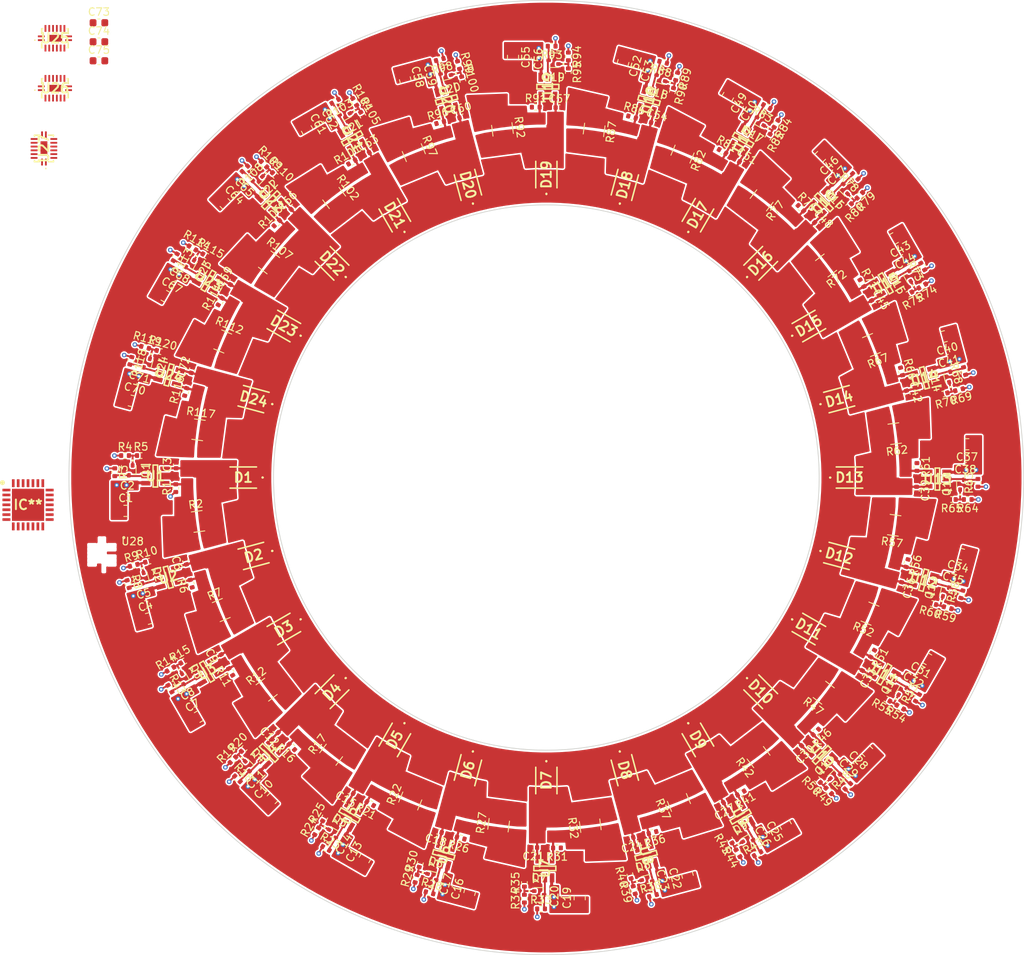
<source format=kicad_pcb>
(kicad_pcb (version 20241229) (generator "pcbnew") (generator_version "9.0")
  (layers (0 "F.Cu" signal) (4 "In1.Cu" signal) (6 "In2.Cu" signal) (2 "B.Cu" signal) (13 "F.Paste" user) (15 "B.Paste" user) (5 "F.SilkS" user "F.Silkscreen") (7 "B.SilkS" user "B.Silkscreen") (1 "F.Mask" user) (3 "B.Mask" user) (25 "Edge.Cuts" user))
  (net 0 "")
  (net 1 "+12V")
  (net 2 "GND")
  (net 3 "/OUT1")
  (net 4 "/PWM1")
  (net 5 "/B1")
  (net 6 "/IN1")
  (net 7 "PWM")
  (net 8 "EN1")
  (net 9 "/OUT2")
  (net 10 "/OUT3")
  (net 11 "/OUT4")
  (net 12 "/OUT5")
  (net 13 "/OUT6")
  (net 14 "/OUT7")
  (net 15 "/OUT8")
  (net 16 "/OUT9")
  (net 17 "/OUT10")
  (net 18 "/OUT11")
  (net 19 "/OUT12")
  (net 20 "/OUT13")
  (net 21 "/OUT14")
  (net 22 "/OUT15")
  (net 23 "/OUT16")
  (net 24 "/OUT17")
  (net 25 "/OUT18")
  (net 26 "/OUT19")
  (net 27 "/OUT20")
  (net 28 "/OUT21")
  (net 29 "/OUT22")
  (net 30 "/OUT23")
  (net 31 "/OUT24")
  (net 32 "/PWM2")
  (net 33 "/B2")
  (net 34 "/B3")
  (net 35 "/PWM3")
  (net 36 "/B4")
  (net 37 "/PWM4")
  (net 38 "/B5")
  (net 39 "/PWM5")
  (net 40 "/PWM6")
  (net 41 "/B6")
  (net 42 "/B7")
  (net 43 "/PWM7")
  (net 44 "/B8")
  (net 45 "/PWM8")
  (net 46 "/PWM9")
  (net 47 "/B9")
  (net 48 "/B10")
  (net 49 "/PWM10")
  (net 50 "/PWM11")
  (net 51 "/B11")
  (net 52 "/B12")
  (net 53 "/PWM12")
  (net 54 "/PWM13")
  (net 55 "/B13")
  (net 56 "/PWM14")
  (net 57 "/B14")
  (net 58 "/B15")
  (net 59 "/PWM15")
  (net 60 "/PWM16")
  (net 61 "/B16")
  (net 62 "/PWM17")
  (net 63 "/B17")
  (net 64 "/B18")
  (net 65 "/PWM18")
  (net 66 "/PWM19")
  (net 67 "/B19")
  (net 68 "/PWM20")
  (net 69 "/B20")
  (net 70 "/PWM21")
  (net 71 "/B21")
  (net 72 "/B22")
  (net 73 "/PWM22")
  (net 74 "/PWM23")
  (net 75 "/B23")
  (net 76 "/PWM24")
  (net 77 "/B24")
  (net 78 "/IN2")
  (net 79 "EN2")
  (net 80 "/IN3")
  (net 81 "EN3")
  (net 82 "/IN4")
  (net 83 "EN4")
  (net 84 "/IN5")
  (net 85 "EN5")
  (net 86 "/IN6")
  (net 87 "EN6")
  (net 88 "/IN7")
  (net 89 "EN7")
  (net 90 "/IN8")
  (net 91 "EN8")
  (net 92 "/IN9")
  (net 93 "EN9")
  (net 94 "/IN10")
  (net 95 "EN10")
  (net 96 "/IN11")
  (net 97 "EN11")
  (net 98 "/IN12")
  (net 99 "EN12")
  (net 100 "/IN13")
  (net 101 "EN13")
  (net 102 "/IN14")
  (net 103 "EN14")
  (net 104 "/IN15")
  (net 105 "EN15")
  (net 106 "/IN16")
  (net 107 "EN16")
  (net 108 "/IN17")
  (net 109 "EN17")
  (net 110 "/IN18")
  (net 111 "EN18")
  (net 112 "/IN19")
  (net 113 "EN19")
  (net 114 "/IN20")
  (net 115 "EN20")
  (net 116 "/IN21")
  (net 117 "EN21")
  (net 118 "/IN22")
  (net 119 "EN22")
  (net 120 "/IN23")
  (net 121 "EN23")
  (net 122 "/IN24")
  (net 123 "EN24")
  (net 124 "+3.3V")
  (net 125 "Net-(U25-QH')")
  (net 126 "RCLK")
  (net 127 "CLR")
  (net 128 "SDA")
  (net 129 "SCLK")
  (net 130 "Net-(U26-QH')")
  (footprint "Resistor_SMD:R_0402_1005Metric" (layer "F.Cu") (at 137.264527 141.365747 135)
    (property "Reference" "R49")
    (property "Value" "10k")
  )
  (footprint "Capacitor_SMD:C_0402_1005Metric" (layer "F.Cu") (at 122.952757 143.155341 -150)
    (property "Reference" "C27")
    (property "Value" "10nF")
  )
  (footprint "Library:SOT95P280X145-5N" (layer "F.Cu") (at 151.6 100.2 180)
    (property "Reference" "U13")
    (property "Value" "TPS92612QDBVRQ1" (hide yes))
  )
  (footprint "Capacitor_SMD:C_0402_1005Metric" (layer "F.Cu") (at 143.155341 77.047243 -60)
    (property "Reference" "C45")
    (property "Value" "10nF")
  )
  (footprint "Capacitor_SMD:C_0603_1608Metric" (layer "F.Cu") (at 59.129228 62.664762 -45)
    (property "Reference" "C65")
    (property "Value" "0.1uF")
  )
  (footprint "Library:SOT95P280X145-5N" (layer "F.Cu") (at 50.209991 86.451752 -15)
    (property "Reference" "U24")
    (property "Value" "TPS92612QDBVRQ1" (hide yes))
  )
  (footprint "Resistor_SMD:R_0402_1005Metric" (layer "F.Cu") (at 76.762436 143.048642 150)
    (property "Reference" "R21")
    (property "Value" "1")
  )
  (footprint "Package_TO_SOT_SMD:SOT-416" (layer "F.Cu") (at 86.6567 46.531609 -165)
    (property "Reference" "Q20")
    (property "Value" "MMBT3904")
  )
  (footprint "Resistor_SMD:R_0402_1005Metric" (layer "F.Cu") (at 146.701012 130.311474 150)
    (property "Reference" "R54")
    (property "Value" "10k")
  )
  (footprint "Resistor_SMD:R_1210_3225Metric" (layer "F.Cu") (at 71.998572 63.089026 -52.5)
    (property "Reference" "R102")
    (property "Value" "80.6")
  )
  (footprint "Capacitor_SMD:C_0402_1005Metric" (layer "F.Cu") (at 101.7 51.15)
    (property "Reference" "C57")
    (property "Value" "10nF")
  )
  (footprint "Package_TO_SOT_SMD:SOT-416" (layer "F.Cu") (at 99.05 155.1)
    (property "Reference" "Q7")
    (property "Value" "MMBT3904")
  )
  (footprint "Package_TO_SOT_SMD:SOT-416" (layer "F.Cu") (at 155.1 100.95 90)
    (property "Reference" "Q13")
    (property "Value" "MMBT3904")
  )
  (footprint "Package_TO_SOT_SMD:SOT-416" (layer "F.Cu") (at 138.289832 139.633335 45)
    (property "Reference" "Q10")
    (property "Value" "MMBT3904")
  )
  (footprint "Resistor_SMD:R_0402_1005Metric" (layer "F.Cu") (at 56.951358 76.762436 60)
    (property "Reference" "R111")
    (property "Value" "1")
  )
  (footprint "Resistor_SMD:R_0402_1005Metric" (layer "F.Cu") (at 101.4 148.9 180)
    (property "Reference" "R31")
    (property "Value" "1")
  )
  (footprint "Resistor_SMD:R_1210_3225Metric" (layer "F.Cu") (at 82.505961 57.099434 -67.5)
    (property "Reference" "R97")
    (property "Value" "80.6")
  )
  (footprint "Resistor_SMD:R_1210_3225Metric" (layer "F.Cu") (at 117.494039 142.900566 112.5)
    (property "Reference" "R37")
    (property "Value" "80.6")
  )
  (footprint "Capacitor_SMD:C_0805_2012Metric" (layer "F.Cu") (at 47.52992 118.614531 15)
    (property "Reference" "C4")
    (property "Value" "1uF")
  )
  (footprint "Resistor_SMD:R_1210_3225Metric" (layer "F.Cu") (at 71.59404 136.600565 52.5)
    (property "Reference" "R17")
    (property "Value" "80.6")
  )
  (footprint "Resistor_SMD:R_0402_1005Metric" (layer "F.Cu") (at 45.171698 84.584107 -105)
    (property "Reference" "R118")
    (property "Value" "1k")
  )
  (footprint "Resistor_SMD:R_1210_3225Metric" (layer "F.Cu") (at 93.7 145.899999 82.5)
    (property "Reference" "R27")
    (property "Value" "80.6")
  )
  (footprint "Library:74AHC595BQ115" (layer "F.Cu") (at 33.7 56.55 90)
    (property "Reference" "U27")
    (property "Value" "74HC595" (hide yes))
  )
  (footprint "Library:SOT95P280X145-5N" (layer "F.Cu") (at 144.586911 125.973205 150)
    (property "Reference" "U11")
    (property "Value" "TPS92612QDBVRQ1" (hide yes))
  )
  (footprint "Package_TO_SOT_SMD:SOT-416" (layer "F.Cu") (at 128.372724 52.757 150)
    (property "Reference" "Q17")
    (property "Value" "MMBT3904")
  )
  (footprint "Resistor_SMD:R_1210_3225Metric" (layer "F.Cu") (at 57.099434 117.494039 22.5)
    (property "Reference" "R7")
    (property "Value" "80.6")
  )
  (footprint "Package_TO_SOT_SMD:SOT-416" (layer "F.Cu") (at 113.3433 153.468391 15)
    (property "Reference" "Q8")
    (property "Value" "MMBT3904")
  )
  (footprint "Resistor_SMD:R_0402_1005Metric" (layer "F.Cu") (at 99.3 156.95)
    (property "Reference" "R33")
    (property "Value" "1k")
  )
  (footprint "Capacitor_SMD:C_0805_2012Metric" (layer "F.Cu") (at 104.4 155.5 90)
    (property "Reference" "C19")
    (property "Value" "1uF")
  )
  (footprint "Library:74AHC595BQ115" (layer "F.Cu") (at 35.15 42)
    (property "Reference" "U25")
    (property "Value" "74HC595" (hide yes))
  )
  (footprint "Resistor_SMD:R_0402_1005Metric" (layer "F.Cu") (at 52.40388 88.696045 75)
    (property "Reference" "R116")
    (property "Value" "1")
  )
  (footprint "Capacitor_SMD:C_0603_1608Metric" (layer "F.Cu") (at 70.184936 53.358795 -60)
    (property "Reference" "C62")
    (property "Value" "0.1uF")
  )
  (footprint "Resistor_SMD:R_0402_1005Metric" (layer "F.Cu") (at 64.220397 60.119178 -45)
    (property "Reference" "R110")
    (property "Value" "10k")
  )
  (footprint "Capacitor_SMD:C_0603_1608Metric" (layer "F.Cu") (at 155.3 97.5 180)
    (property "Reference" "C38")
    (property "Value" "0.1uF")
  )
  (footprint "Resistor_SMD:R_0402_1005Metric" (layer "F.Cu") (at 144.882359 129.261474 150)
    (property "Reference" "R55")
    (property "Value" "10k")
  )
  (footprint "Library:GWJTLRS1EMLVL5XX531" (layer "F.Cu") (at 138.637033 110.352762 -15)
    (property "Reference" "D12")
    (property "Value" "LED" (hide yes))
  )
  (footprint "Resistor_SMD:R_1210_3225Metric" (layer "F.Cu") (at 145.899999 106.3 172.5)
    (property "Reference" "R57")
    (property "Value" "80.6")
  )
  (footprint "Resistor_SMD:R_0402_1005Metric" (layer "F.Cu") (at 100.7 43.05 180)
    (property "Reference" "R93")
    (property "Value" "1k")
  )
  (footprint "Resistor_SMD:R_0402_1005Metric" (layer "F.Cu") (at 60.119178 135.779603 45)
    (property "Reference" "R20")
    (property "Value" "10k")
  )
  (footprint "Library:GWJTLRS1EMLVL5XX531" (layer "F.Cu") (at 134.641016 80 30)
    (property "Reference" "D15")
    (property "Value" "LED" (hide yes))
  )
  (footprint "Library:74AHC595BQ115" (layer "F.Cu") (at 35.15 48.6)
    (property "Reference" "U26")
    (property "Value" "74HC595" (hide yes))
  )
  (footprint "Capacitor_SMD:C_0805_2012Metric" (layer "F.Cu") (at 57.644304 63.866843 -45)
    (property "Reference" "C64")
    (property "Value" "1uF")
  )
  (footprint "Library:GWJTLRS1EMLVL5XX531" (layer "F.Cu") (at 100 60 90)
    (property "Reference" "D19")
    (property "Value" "LED" (hide yes))
  )
  (footprint "Library:GWJTLRS1EMLVL5XX531" (layer "F.Cu") (at 138.637033 89.647238 15)
    (property "Reference" "D14")
    (property "Value" "LED" (hide yes))
  )
  (footprint "Resistor_SMD:R_0402_1005Metric" (layer "F.Cu") (at 75.761474 52.217641 -60)
    (property "Reference" "R105")
    (property "Value" "10k")
  )
  (footprint "Resistor_SMD:R_0402_1005Metric" (layer "F.Cu") (at 147.59612 111.303955 -105)
    (property "Reference" "R56")
    (property "Value" "1")
  )
  (footprint "Package_TO_SOT_SMD:SOT-416" (layer "F.Cu") (at 73.272724 51.807 -150)
    (property "Reference" "Q21")
    (property "Value" "MMBT3904")
  )
  (footprint "Resistor_SMD:R_0402_1005Metric" (layer "F.Cu") (at 50.329853 127.868782 -60)
    (property "Reference" "R13")
    (property "Value" "1k")
  )
  (footprint "Resistor_SMD:R_0402_1005Metric" (layer "F.Cu") (at 47.045099 82.808476 -15)
    (property "Reference" "R119")
    (property "Value" "10k")
  )
  (footprint "Resistor_SMD:R_0402_1005Metric" (layer "F.Cu") (at 124.238526 147.782359 120)
    (property "Reference" "R45")
    (property "Value" "10k")
  )
  (footprint "Capacitor_SMD:C_0402_1005Metric" (layer "F.Cu") (at 135.744248 66.659915 -45)
    (property "Reference" "C48")
    (property "Value" "10nF")
  )
  (footprint "Capacitor_SMD:C_0603_1608Metric" (layer "F.Cu") (at 88.102121 154.062746 75)
    (property "Reference" "C17")
    (property "Value" "0.1uF")
  )
  (footprint "Resistor_SMD:R_0402_1005Metric" (layer "F.Cu") (at 74.337564 58.351358 30)
    (property "Reference" "R101")
    (property "Value" "1")
  )
  (footprint "Capacitor_SMD:C_0402_1005Metric" (layer "F.Cu") (at 111.001236 147.625469 -165)
    (property "Reference" "C24")
    (property "Value" "10nF")
  )
  (footprint "Library:SOT95P280X145-5N" (layer "F.Cu") (at 86.451752 149.790009 75)
    (property "Reference" "U6")
    (property "Value" "TPS92612QDBVRQ1" (hide yes))
  )
  (footprint "Resistor_SMD:R_1210_3225Metric" (layer "F.Cu") (at 136.910974 71.998572 -142.5)
    (property "Reference" "R72")
    (property "Value" "80.6")
  )
  (footprint "Capacitor_SMD:C_0402_1005Metric" (layer "F.Cu") (at 51.15 98.3 90)
    (property "Reference" "C3")
    (property "Value" "10nF")
  )
  (footprint "Resistor_SMD:R_0402_1005Metric" (layer "F.Cu") (at 84.584107 154.828302 -15)
    (property "Reference" "R28")
    (property "Value" "1k")
  )
  (footprint "Package_TO_SOT_SMD:SOT-416" (layer "F.Cu") (at 46.531609 113.3433 -75)
    (property "Reference" "Q2")
    (property "Value" "MMBT3904")
  )
  (footprint "Resistor_SMD:R_0402_1005Metric" (layer "F.Cu") (at 156.95 100.7 90)
    (property "Reference" "R63")
    (property "Value" "1k")
  )
  (footprint "Package_TO_SOT_SMD:SOT-416" (layer "F.Cu") (at 152.976635 115.178559 75)
    (property "Reference" "Q12")
    (property "Value" "MMBT3904")
  )
  (footprint "Capacitor_SMD:C_0402_1005Metric" (layer "F.Cu") (at 114.285384 53.254516 -15)
    (property "Reference" "C54")
    (property "Value" "10nF")
  )
  (footprint "Capacitor_SMD:C_0603_1608Metric" (layer "F.Cu") (at 111.897879 45.937254 -105)
    (property "Reference" "C53")
    (property "Value" "0.1uF")
  )
  (footprint "Resistor_SMD:R_0402_1005Metric" (layer "F.Cu") (at 88.410846 45.543949 -75)
    (property "Reference" "R99")
    (property "Value" "10k")
  )
  (footprint "Resistor_SMD:R_0402_1005Metric" (layer "F.Cu") (at 72.131218 50.329853 -150)
    (property "Reference" "R103")
    (property "Value" "1k")
  )
  (footprint "Library:SOT95P280X145-5N" (layer "F.Cu") (at 86.838122 50.106464 -75)
    (property "Reference" "U20")
    (property "Value" "TPS92612QDBVRQ1" (hide yes))
  )
  (footprint "Capacitor_SMD:C_0805_2012Metric" (layer "F.Cu") (at 45.252313 89.885617 -15)
    (property "Reference" "C70")
    (property "Value" "1uF")
  )
  (footprint "Resistor_SMD:R_0402_1005Metric" (layer "F.Cu") (at 70.918782 148.970147 -30)
    (property "Reference" "R23")
    (property "Value" "1k")
  )
  (footprint "Capacitor_SMD:C_0805_2012Metric" (layer "F.Cu") (at 123.939488 49.73559 -120)
    (property "Reference" "C49")
    (property "Value" "1uF")
  )
  (footprint "Resistor_SMD:R_0402_1005Metric" (layer "F.Cu") (at 135.779603 139.880822 135)
    (property "Reference" "R50")
    (property "Value" "10k")
  )
  (footprint "Resistor_SMD:R_0402_1005Metric" (layer "F.Cu") (at 49.073544 83.351996 -15)
    (property "Reference" "R120")
    (property "Value" "10k")
  )
  (footprint "Resistor_SMD:R_0402_1005Metric" (layer "F.Cu") (at 58.634253 137.264527 45)
    (property "Reference" "R19")
    (property "Value" "10k")
  )
  (footprint "Resistor_SMD:R_0402_1005Metric" (layer "F.Cu") (at 102.9 46.5 -90)
    (property "Reference" "R95")
    (property "Value" "10k")
  )
  (footprint "Resistor_SMD:R_0402_1005Metric" (layer "F.Cu") (at 111.303955 52.40388 -15)
    (property "Reference" "R86")
    (property "Value" "1")
  )
  (footprint "Resistor_SMD:R_0402_1005Metric" (layer "F.Cu") (at 116.648004 49.073544 -105)
    (property "Reference" "R90")
    (property "Value" "10k")
  )
  (footprint "Capacitor_SMD:C_0402_1005Metric" (layer "F.Cu") (at 98.3 148.85 180)
    (property "Reference" "C21")
    (property "Value" "10nF")
  )
  (footprint "Capacitor_SMD:C_0603_1608Metric" (layer "F.Cu") (at 102.5 155.3 90)
    (property "Reference" "C20")
    (property "Value" "0.1uF")
  )
  (footprint "Resistor_SMD:R_1210_3225Metric" (layer "F.Cu") (at 54.033445 105.794461 7.5)
    (property "Reference" "R2")
    (property "Value" "80.6")
  )
  (footprint "Resistor_SMD:R_0402_1005Metric" (layer "F.Cu") (at 155.6 102.9 180)
    (property "Reference" "R64")
    (property "Value" "10k")
  )
  (footprint "Library:SOT95P280X145-5N" (layer "F.Cu") (at 136.628131 63.654711 -135)
    (property "Reference" "U16")
    (property "Value" "TPS92612QDBVRQ1" (hide yes))
  )
  (footprint "Resistor_SMD:R_0402_1005Metric" (layer "F.Cu") (at 141.648642 74.337564 -60)
    (property "Reference" "R71")
    (property "Value" "1")
  )
  (footprint "Resistor_SMD:R_0402_1005Metric" (layer "F.Cu") (at 69.688526 146.701012 60)
    (property "Reference" "R24")
    (property "Value" "10k")
  )
  (footprint "Resistor_SMD:R_0402_1005Metric" (layer "F.Cu") (at 150.926456 116.648004 165)
    (property "Reference" "R60")
    (property "Value" "10k")
  )
  (footprint "Resistor_SMD:R_0402_1005Metric" (layer "F.Cu") (at 88.954366 47.572393 -75)
    (property "Reference" "R100")
    (property "Value" "10k")
  )
  (footprint "Capacitor_SMD:C_0805_2012Metric" (layer "F.Cu") (at 81.385469 47.52992 -75)
    (property "Reference" "C58")
    (property "Value" "1uF")
  )
  (footprint "Library:GWJTLRS1EMLVL5XX531" (layer "F.Cu") (at 89.647238 61.362967 105)
    (property "Reference" "D20")
    (property "Value" "LED" (hide yes))
  )
  (footprint "Resistor_SMD:R_0402_1005Metric" (layer "F.Cu") (at 53.128574 114.008547 105)
    (property "Reference" "R6")
    (property "Value" "1")
  )
  (footprint "Package_TO_SOT_SMD:SOT-416" (layer "F.Cu") (at 71.627276 147.243 -30)
    (property "Reference" "Q5")
    (property "Value" "MMBT3904")
  )
  (footprint "Resistor_SMD:R_1210_3225Metric" (layer "F.Cu") (at 63.089026 128.001428 37.5)
    (property "Reference" "R12")
    (property "Value" "80.6")
  )
  (footprint "Package_TO_SOT_SMD:SOT-416" (layer "F.Cu") (at 60.366665 138.289832 -45)
    (property "Reference" "Q4")
    (property "Value" "MMBT3904")
  )
  (footprint "Library:SOT95P280X145-5N" (layer "F.Cu") (at 113.548248 50.209991 -105)
    (property "Reference" "U18")
    (property "Value" "TPS92612QDBVRQ1" (hide yes))
  )
  (footprint "Library:GWJTLRS1EMLVL5XX531" (layer "F.Cu") (at 120 134.641016 -60)
    (property "Reference" "D9")
    (property "Value" "LED" (hide yes))
  )
  (footprint "Library:GWJTLRS1EMLVL5XX531" (layer "F.Cu") (at 61.362967 89.647238 165)
    (property "Reference" "D24")
    (property "Value" "LED" (hide yes))
  )
  (footprint "Resistor_SMD:R_0402_1005Metric" (layer "F.Cu") (at 154.456051 88.410846 -165)
    (property "Reference" "R69")
    (property "Value" "10k")
  )
  (footprint "Library:GWJTLRS1EMLVL5XX531" (layer "F.Cu") (at 100 140 -90)
    (property "Reference" "D7")
    (property "Value" "LED" (hide yes))
  )
  (footprint "Resistor_SMD:R_0402_1005Metric" (layer "F.Cu") (at 127.868782 149.670147 30)
    (property "Reference" "R43")
    (property "Value" "1k")
  )
  (footprint "Library:GWJTLRS1EMLVL5XX531" (layer "F.Cu") (at 71.715729 71.715729 135)
    (property "Reference" "D22")
    (property "Value" "LED" (hide yes))
  )
  (footprint "Package_TO_SOT_SMD:SOT-416" (layer "F.Cu") (at 100.95 44.9 180)
    (property "Reference" "Q19")
    (property "Value" "MMBT3904")
  )
  (footprint "Library:SOT95P280X145-5N" (layer "F.Cu") (at 100.2 48.4 -90)
    (property "Reference" "U19")
    (property "Value" "TPS92612QDBVRQ1" (hide yes))
  )
  (footprint "Capacitor_SMD:C_0603_1608Metric" (layer "F.Cu") (at 40.955 44.975)
    (property "Reference" "C75")
    (property "Value" "0.1uF")
  )
  (footprint "Resistor_SMD:R_1210_3225Metric" (layer "F.Cu") (at 63.399435 71.59404 -37.5)
    (property "Reference" "R107")
    (property "Value" "80.6")
  )
  (footprint "Capacitor_SMD:C_0805_2012Metric" (layer "F.Cu") (at 150.26441 123.939488 150)
    (property "Reference" "C31")
    (property "Value" "1uF")
  )
  (footprint "Resistor_SMD:R_0402_1005Metric" (layer "F.Cu") (at 85.936403 44.809351 -165)
    (property "Reference" "R98")
    (property "Value" "1k")
  )
  (footprint "Library:SOT95P280X145-5N" (layer "F.Cu") (at 63.654711 63.371869 -45)
    (property "Reference" "U22")
    (property "Value" "TPS92612QDBVRQ1" (hide yes))
  )
  (footprint "Capacitor_SMD:C_0805_2012Metric" (layer "F.Cu") (at 142.355696 136.133157 135)
    (property "Reference" "C28")
    (property "Value" "1uF")
  )
  (footprint "Capacitor_SMD:C_0603_1608Metric" (layer "F.Cu") (at 44.7 102.5)
    (property "Reference" "C2")
    (property "Value" "0.1uF")
  )
  (footprint "Library:GWJTLRS1EMLVL5XX531" (layer "F.Cu") (at 80 65.358984 120)
    (property "Reference" "D21")
    (property "Value" "LED" (hide yes))
  )
  (footprint "Capacitor_SMD:C_0805_2012Metric" (layer "F.Cu") (at 136.133157 57.644304 -135)
    (property "Reference" "C46")
    (property "Value" "1uF")
  )
  (footprint "Resistor_SMD:R_0402_1005Metric" (layer "F.Cu") (at 114.008547 146.871426 -165)
    (property "Reference" "R36")
    (property "Value" "1")
  )
  (footprint "Resistor_SMD:R_0402_1005Metric" (layer "F.Cu") (at 98.6 51.1)
    (property "Reference" "R91")
    (property "Value" "1")
  )
  (footprint "Resistor_SMD:R_0402_1005Metric" (layer "F.Cu") (at 117.191524 47.045099 -105)
    (property "Reference" "R89")
    (property "Value" "10k")
  )
  (footprint "Resistor_SMD:R_0402_1005Metric" (layer "F.Cu") (at 125.662436 141.648642 -150)
    (property "Reference" "R41")
    (property "Value" "1")
  )
  (footprint "Library:SOT95P280X145-5N" (layer "F.Cu") (at 48.4 99.8)
    (property "Reference" "U1")
    (property "Value" "TPS92612QDBVRQ1" (hide yes))
  )
  (footprint "Capacitor_SMD:C_0402_1005Metric" (layer "F.Cu") (at 133.340085 135.744248 -135)
    (property "Reference" "C30")
    (property "Value" "10nF")
  )
  (footprint "Resistor_SMD:R_1210_3225Metric" (layer "F.Cu") (at 117.965127 57.294565 -112.5)
    (property "Reference" "R82")
    (property "Value" "80.6")
  )
  (footprint "Library:GWJTLRS1EMLVL5XX531" (layer "F.Cu") (at 110.352762 138.637033 -75)
    (property "Reference" "D8")
    (property "Value" "LED" (hide yes))
  )
  (footprint "Resistor_SMD:R_0402_1005Metric" (layer "F.Cu") (at 146.871426 85.991453 -75)
    (property "Reference" "R66")
    (property "Value" "1")
  )
  (footprint "Library:SOT95P280X145-5N" (layer "F.Cu") (at 99.8 151.6 90)
    (property "Reference" "U7")
    (property "Value" "TPS92612QDBVRQ1" (hide yes))
  )
  (footprint "Capacitor_SMD:C_0603_1608Metric" (layer "F.Cu") (at 83.272492 47.231349 -75)
    (property "Reference" "C59")
    (property "Value" "0.1uF")
  )
  (footprint "Library:SOT95P280X145-5N" (layer "F.Cu") (at 55.413089 74.026795 -30)
    (property "Reference" "U23")
    (property "Value" "TPS92612QDBVRQ1" (hide yes))
  )
  (footprint "Library:QFN65P600X600X100-29N-D" (layer "F.Cu") (at 31.6 103.6)
    (property "Reference" "IC**")
    (property "Value" "QFN65P600X600X100-29N-D" (hide yes))
  )
  (footprint "Resistor_SMD:R_1210_3225Metric" (layer "F.Cu") (at 54.100001 93.7 -7.5)
    (property "Reference" "R117")
    (property "Value" "80.6")
  )
  (footprint "Resistor_SMD:R_0402_1005Metric" (layer "F.Cu") (at 111.589154 154.456051 105)
    (property "Reference" "R39")
    (property "Value" "10k")
  )
  (footprint "Capacitor_SMD:C_0603_1608Metric" (layer "F.Cu") (at 45.937254 88.102121 -15)
    (property "Reference" "C71")
    (property "Value" "0.1uF")
  )
  (footprint "Package_TO_SOT_SMD:SOT-416" (layer "F.Cu") (at 61.710168 60.366665 -135)
    (property "Reference" "Q22")
    (property "Value" "MMBT3904")
  )
  (footprint "Capacitor_SMD:C_0603_1608Metric" (layer "F.Cu") (at 97.5 44.7 -90)
    (property "Reference" "C56")
    (property "Value" "0.1uF")
  )
  (footprint "Library:GWJTLRS1EMLVL5XX531" (layer "F.Cu") (at 89.647238 138.637033 -105)
    (property "Reference" "D6")
    (property "Value" "LED" (hide yes))
  )
  (footprint "Resistor_SMD:R_0402_1005Metric" (layer "F.Cu") (at 148.9 98.6 -90)
    (property "Reference" "R61")
    (property "Value" "1")
  )
  (footprint "Resistor_SMD:R_0402_1005Metric" (layer "F.Cu") (at 52.217641 124.238526 30)
    (property "Reference" "R15")
    (property "Value" "10k")
  )
  (footprint "Resistor_SMD:R_0402_1005Metric" (layer "F.Cu") (at 82.808476 152.954901 75)
    (property "Reference" "R29")
    (property "Value" "10k")
  )
  (footprint "Library:SOT95P280X145-5N" (layer "F.Cu") (at 144.786911 74.373205 -150)
    (property "Reference" "U15")
    (property "Value" "TPS92612QDBVRQ1" (hide yes))
  )
  (footprint "Capacitor_SMD:C_0402_1005Metric" (layer "F.Cu") (at 88.998764 52.374531 15)
    (property "Reference" "C60")
    (property "Value" "10nF")
  )
  (footprint "Resistor_SMD:R_0402_1005Metric" (layer "F.Cu") (at 111.045634 152.427607 105)
    (property "Reference" "R40")
    (property "Value" "10k")
  )
  (footprint "Capacitor_SMD:C_0402_1005Metric" (layer "F.Cu") (at 147.625469 88.998764 -75)
    (property "Reference" "C42")
    (property "Value" "10nF")
  )
  (footprint "Capacitor_SMD:C_0805_2012Metric" (layer "F.Cu") (at 155.5 95.6 180)
    (property "Reference" "C37")
    (property "Value" "1uF")
  )
  (footprint "Resistor_SMD:R_0402_1005Metric" (layer "F.Cu") (at 60.225244 59.235294 -135)
    (property "Reference" "R108")
    (property "Value" "1k")
  )
  (footprint "Capacitor_SMD:C_0402_1005Metric" (layer "F.Cu") (at 56.844659 122.952757 120)
    (property "Reference" "C9")
    (property "Value" "10nF")
  )
  (footprint "Capacitor_SMD:C_0402_1005Metric" (layer "F.Cu") (at 85.714616 146.745484 165)
    (property "Reference" "C18")
    (property "Value" "10nF")
  )
  (footprint "Resistor_SMD:R_0402_1005Metric" (layer "F.Cu") (at 153.5 102.9 180)
    (property "Reference" "R65")
    (property "Value" "10k")
  )
  (footprint "Resistor_SMD:R_0402_1005Metric" (layer "F.Cu") (at 133.587572 64.432529 -45)
    (property "Reference" "R76")
    (property "Value" "1")
  )
  (footprint "Library:SOT95P280X145-5N" (layer "F.Cu") (at 55.213089 125.626795 30)
    (property "Reference" "U3")
    (property "Value" "TPS92612QDBVRQ1" (hide yes))
  )
  (footprint "Resistor_SMD:R_0402_1005Metric" (layer "F.Cu") (at 130.311474 53.298988 -120)
    (property "Reference" "R84")
    (property "Value" "10k")
  )
  (footprint "Library:GWJTLRS1EMLVL5XX531" (layer "F.Cu") (at 128.284271 128.284271 -45)
    (property "Reference" "D10")
    (property "Value" "LED" (hide yes))
  )
  (footprint "Resistor_SMD:R_0402_1005Metric" (layer "F.Cu") (at 147.782359 75.761474 -150)
    (property "Reference" "R75")
    (property "Value" "10k")
  )
  (footprint "Library:GWJTLRS1EMLVL5XX531" (layer "F.Cu") (at 61.362967 110.352762 -165)
    (property "Reference" "D2")
    (property "Value" "LED" (hide yes))
  )
  (footprint "Resistor_SMD:R_0402_1005Metric" (layer "F.Cu") (at 45.543949 111.589154 15)
    (property "Reference" "R9")
    (property "Value" "10k")
  )
  (footprint "Resistor_SMD:R_0402_1005Metric" (layer "F.Cu") (at 47.572393 111.045634 15)
    (property "Reference" "R10")
    (property "Value" "10k")
  )
  (footprint "Package_TO_SOT_SMD:SOT-416" (layer "F.Cu") (at 147.243 128.372724 60)
    (property "Reference" "Q11")
    (property "Value" "MMBT3904")
  )
  (footprint "Resistor_SMD:R_0402_1005Metric" (layer "F.Cu") (at 88.696045 147.59612 165)
    (property "Reference" "R26")
    (property "Value" "1")
  )
  (footprint "Library:GWJTLRS1EMLVL5XX531" (layer "F.Cu") (at 140 100)
    (property "Reference" "D13")
    (property "Value" "LED" (hide yes))
  )
  (footprint "Resistor_SMD:R_0402_1005Metric" (layer "F.Cu") (at 55.117641 70.738526 -30)
    (property "Reference" "R115")
    (property "Value" "10k")
  )
  (footprint "Resistor_SMD:R_0402_1005Metric" (layer "F.Cu") (at 140.764706 60.225244 135)
    (property "Reference" "R78")
    (property "Value" "1k")
  )
  (footprint "Package_TO_SOT_SMD:SOT-416" (layer "F.Cu") (at 126.727276 148.193 30)
    (property "Reference" "Q9")
    (property "Value" "MMBT3904")
  )
  (footprint "Capacitor_SMD:C_0805_2012Metric" (layer "F.Cu") (at 63.866843 142.355696 45)
    (property "Reference" "C10")
    (property "Value" "1uF")
  )
  (footprint "Resistor_SMD:R_0402_1005Metric" (layer "F.Cu") (at 44.809351 114.063597 -75)
    (property "Reference" "R8")
    (property "Value" "1k")
  )
  (footprint "Capacitor_SMD:C_0805_2012Metric" (layer "F.Cu") (at 89.885617 154.747687 75)
    (property "Reference" "C16")
    (property "Value" "1uF")
  )
  (footprint "Resistor_SMD:R_0402_1005Metric" (layer "F.Cu") (at 149.670147 72.131218 120)
    (property "Reference" "R73")
    (property "Value" "1k")
  )
  (footprint "Capacitor_SMD:C_0805_2012Metric" (layer "F.Cu") (at 76.060512 150.26441 60)
    (property "Reference" "C13")
    (property "Value" "1uF")
  )
  (footprint "Resistor_SMD:R_0402_1005Metric" (layer "F.Cu") (at 70.738526 144.882359 60)
    (property "Reference" "R25")
    (property "Value" "10k")
  )
  (footprint "Capacitor_SMD:C_0603_1608Metric" (layer "F.Cu") (at 125.484936 50.858795 -120)
    (property "Reference" "C50")
    (property "Value" "0.1uF")
  )
  (footprint "Package_TO_SOT_SMD:SOT-416" (layer "F.Cu") (at 153.468391 86.6567 105)
    (property "Reference" "Q14")
    (property "Value" "MMBT3904")
  )
  (footprint "Library:SOT95P280X145-5N" (layer "F.Cu") (at 125.973205 55.413089 -120)
    (property "Reference" "U17")
    (property "Value" "TPS92612QDBVRQ1" (hide yes))
  )
  (footprint "Resistor_SMD:R_0402_1005Metric" (layer "F.Cu") (at 74.711474 50.398988 -60)
    (property "Reference" "R104")
    (property "Value" "10k")
  )
  (footprint "Resistor_SMD:R_1210_3225Metric" (layer "F.Cu") (at 128.001428 136.910974 127.5)
    (property "Reference" "R42")
    (property "Value" "80.6")
  )
  (footprint "Capacitor_SMD:C_0402_1005Metric" (layer "F.Cu") (at 58.544659 74.102757 60)
    (property "Reference" "C69")
    (property "Value" "10nF")
  )
  (footprint "Capacitor_SMD:C_0603_1608Metric" (layer "F.Cu") (at 149.141205 125.484936 150)
    (property "Reference" "C32")
    (property "Value" "0.1uF")
  )
  (footprint "Resistor_SMD:R_0402_1005Metric" (layer "F.Cu") (at 135.567471 133.587572 -135)
    (property "Reference" "R46")
    (property "Value" "1")
  )
  (footprint "Capacitor_SMD:C_0603_1608Metric" (layer "F.Cu") (at 140.870772 137.335238 135)
    (property "Reference" "C29")
    (property "Value" "0.1uF")
  )
  (footprint "Resistor_SMD:R_0402_1005Metric" (layer "F.Cu") (at 83.351996 150.926456 75)
    (property "Reference" "R30")
    (property "Value" "10k")
  )
  (footprint "Library:GWJTLRS1EMLVL5XX531" (layer "F.Cu") (at 128.284271 71.715729 45)
    (property "Reference" "D16")
    (property "Value" "LED" (hide yes))
  )
  (footprint "Resistor_SMD:R_1210_3225Metric" (layer "F.Cu") (at 128.40596 63.399435 -127.5)
    (property "Reference" "R77")
    (property "Value" "80.6")
  )
  (footprint "Resistor_SMD:R_0402_1005Metric" (layer "F.Cu") (at 129.261474 55.117641 -120)
    (property "Reference" "R85")
    (property "Value" "10k")
  )
  (footprint "Resistor_SMD:R_0402_1005Metric" (layer "F.Cu") (at 129.081218 51.029853 150)
    (property "Reference" "R83")
    (property "Value" "1k")
  )
  (footprint "Resistor_SMD:R_0402_1005Metric" (layer "F.Cu") (at 43.05 99.3 -90)
    (property "Reference" "R3")
    (property "Value" "1k")
  )
  (footprint "Capacitor_SMD:C_0805_2012Metric" (layer "F.Cu") (at 145.86441 68.439488 -150)
    (property "Reference" "C43")
    (property "Value" "1uF")
  )
  (footprint "Library:SOT95P280X145-5N" (layer "F.Cu") (at 125.626795 144.786911 120)
    (property "Reference" "U9")
    (property "Value" "TPS92612QDBVRQ1" (hide yes))
  )
  (footprint "Library:SOT95P280X145-5N" (layer "F.Cu") (at 50.106464 113.161878 15)
    (property "Reference" "U2")
    (property "Value" "TPS92612QDBVRQ1" (hide yes))
  )
  (footprint "Resistor_SMD:R_0402_1005Metric" (layer "F.Cu") (at 141.365747 62.735473 -135)
    (property "Reference" "R79")
    (property "Value" "10k")
  )
  (footprint "Package_TO_SOT_SMD:SOT-416" (layer "F.Cu") (at 115.178559 47.023365 165)
    (property "Reference" "Q18")
    (property "Value" "MMBT3904")
  )
  (footprint "Library:GWJTLRS1EMLVL5XX531" (layer "F.Cu") (at 71.715729 128.284271 -135)
    (property "Reference" "D4")
    (property "Value" "LED" (hide yes))
  )
  (footprint "Resistor_SMD:R_0402_1005Metric" (layer "F.Cu") (at 97.1 155.6 90)
    (property "Reference" "R34")
    (property "Value" "10k")
  )
  (footprint "Resistor_SMD:R_0402_1005Metric" (layer "F.Cu") (at 66.412428 135.567471 135)
    (property "Reference" "R16")
    (property "Value" "1")
  )
  (footprint "Package_TO_SOT_SMD:SOT-416" (layer "F.Cu") (at 84.821441 152.976635 -15)
    (property "Reference" "Q6")
    (property "Value" "MMBT3904")
  )
  (footprint "Resistor_SMD:R_0402_1005Metric" (layer "F.Cu") (at 139.774756 140.764706 45)
    (property "Reference" "R48")
    (property "Value" "1k")
  )
  (footprint "Resistor_SMD:R_0402_1005Metric" (layer "F.Cu") (at 51.1 101.4 90)
    (property "Reference" "R1")
    (property "Value" "1")
  )
  (footprint "Resistor_SMD:R_0402_1005Metric" (layer "F.Cu") (at 53.298988 69.688526 -30)
    (property "Reference" "R114")
    (property "Value" "10k")
  )
  (footprint "Capacitor_SMD:C_0402_1005Metric" (layer "F.Cu") (at 77.047243 56.844659 30)
    (property "Reference" "C63")
    (property "Value" "10nF")
  )
  (footprint "Library:GWJTLRS1EMLVL5XX531" (layer "F.Cu") (at 134.641016 120 -30)
    (property "Reference" "D11")
    (property "Value" "LED" (hide yes))
  )
  (footprint "Library:GWJTLRS1EMLVL5XX531" (layer "F.Cu") (at 80 134.641016 -120)
    (property "Reference" "D5")
    (property "Value" "LED" (hide yes))
  )
  (footprint "Capacitor_SMD:C_0402_1005Metric" (layer "F.Cu") (at 52.374531 111.001236 105)
    (property "Reference" "C6")
    (property "Value" "10nF")
  )
  (footprint "Capacitor_SMD:C_0805_2012Metric" (layer "F.Cu") (at 154.747687 110.114383 165)
    (property "Reference" "C34")
    (property "Value" "1uF")
  )
  (footprint "Capacitor_SMD:C_0603_1608Metric" (layer "F.Cu") (at 47.231349 116.727508 15)
    (property "Reference" "C5")
    (property "Value" "0.1uF")
  )
  (footprint "Library:GWJTLRS1EMLVL5XX531" (layer "F.Cu") (at 60 100 180)
    (property "Reference" "D1")
    (property "Value" "LED" (hide yes))
  )
  (footprint "Resistor_SMD:R_1210_3225Metric" (layer "F.Cu") (at 145.966555 94.205539 -172.5)
    (property "Reference" "R62")
    (property "Value" "80.6")
  )
  (footprint "Library:GWJTLRS1EMLVL5XX531" (layer "F.Cu") (at 120 65.358984 60)
    (property "Reference" "D17")
    (property "Value" "LED" (hide yes))
  )
  (footprint "Resistor_SMD:R_1210_3225Metric" (layer "F.Cu") (at 136.600565 128.40596 142.5)
    (property "Reference" "R47")
    (property "Value" "80.6")
  )
  (footprint "Capacitor_SMD:C_0603_1608Metric" (layer "F.Cu") (at 146.641205 70.184936 -150)
    (property "Reference" "C44")
    (property "Value" "0.1uF")
  )
  (footprint "Resistor_SMD:R_0402_1005Metric" (layer "F.Cu") (at 44.4 97.1)
    (property "Reference" "R4")
    (property "Value" "10k")
  )
  (footprint "Capacitor_SMD:C_0805_2012Metric" (layer "F.Cu") (at 54.13559 131.560512 30)
    (property "Reference" "C7")
    (property "Value" "1uF")
  )
  (footprint "Capacitor_SMD:C_0805_2012Metric" (layer "F.Cu") (at 44.5 104.4)
    (property "Reference" "C1")
    (property "Value" "1uF")
  )
  (footprint "Resistor_SMD:R_1210_3225Metric" (layer "F.Cu") (at 142.900566 82.505961 -157.5)
    (property "Reference" "R67")
    (property "Value" "80.6")
  )
  (footprint "Resistor_SMD:R_0402_1005Metric" (layer "F.Cu") (at 85.991453 53.128574 15)
    (property "Reference" "R96")
    (property "Value" "1")
  )
  (footprint "Resistor_SMD:R_0402_1005Metric" (layer "F.Cu") (at 51.029853 70.918782 -120)
    (property "Reference" "R113")
    (property "Value" "1k")
  )
  (footprint "Resistor_SMD:R_0402_1005Metric" (layer "F.Cu") (at 123.237564 56.951358 -30)
    (property "Reference" "R81")
    (property "Value" "1")
  )
  (footprint "Capacitor_SMD:C_0402_1005Metric" (layer "F.Cu") (at 141.455341 125.897243 -120)
    (property "Reference" "C33")
    (property "Value" "10nF")
  )
  (footprint "Capacitor_SMD:C_0805_2012Metric" (layer "F.Cu") (at 95.6 44.5 -90)
    (property "Reference" "C55")
    (property "Value" "1uF")
  )
  (footprint "Capacitor_SMD:C_0603_1608Metric" (layer "F.Cu") (at 40.955 39.955)
    (property "Reference" "C73")
    (property "Value" "0.1uF")
  )
  (footprint "Capacitor_SMD:C_0603_1608Metric" (layer "F.Cu") (at 129.815064 146.641205 120)
    (property "Reference" "C26")
    (property "Value" "0.1uF")
  )
  (footprint "Library:GWJTLRS1EMLVL5XX531" (layer "F.Cu") (at 65.358984 120 -150)
    (property "Reference" "D3")
    (property "Value" "LED" (hide yes))
  )
  (footprint "Resistor_SMD:R_0402_1005Metric" (layer "F.Cu") (at 143.048642 123.237564 -120)
    (property "Reference" "R51")
    (property "Value" "1")
  )
  (footprint "Resistor_SMD:R_0402_1005Metric" (layer "F.Cu") (at 152.954901 117.191524 165)
    (property "Reference" "R59")
    (property "Value" "10k")
  )
  (footprint "Capacitor_SMD:C_0805_2012Metric" (layer "F.Cu") (at 152.47008 81.385469 -165)
    (property "Reference" "C40")
    (property "Value" "1uF")
  )
  (footprint "Capacitor_SMD:C_0402_1005Metric" (layer "F.Cu") (at 148.85 101.7 -90)
    (property "Reference" "C39")
    (property "Value" "10nF")
  )
  (footprint "Resistor_SMD:R_1210_3225Metric" (layer "F.Cu") (at 57.294565 82.034873 -22.5)
    (property "Reference" "R112")
    (property "Value" "80.6")
  )
  (footprint "Library:SOT95P280X145-5N" (layer "F.Cu") (at 149.790009 113.548248 165)
    (property "Reference" "U12")
    (property "Value" "TPS92612QDBVRQ1" (hide yes))
  )
  (footprint "Library:SOT95P280X145-5N" (layer "F.Cu") (at 113.161878 149.893536 105)
    (property "Reference" "U8")
    (property "Value" "TPS92612QDBVRQ1" (hide yes))
  )
  (footprint "Capacitor_SMD:C_0402_1005Metric" (layer "F.Cu") (at 64.255752 133.340085 135)
    (property "Reference" "C12")
    (property "Value" "10nF")
  )
  (footprint "Library:SOT95P280X145-5N" (layer "F.Cu") (at 63.371869 136.345289 45)
    (property "Reference" "U4")
    (property "Value" "TPS92612QDBVRQ1" (hide yes))
  )
  (footprint "Capacitor_SMD:C_0402_1005Metric" (layer "F.Cu") (at 125.897243 58.544659 -30)
    (property "Reference" "C51")
    (property "Value" "10nF")
  )
  (footprint "Resistor_SMD:R_0402_1005Metric" (layer "F.Cu") (at 152.427607 88.954366 -165)
    (property "Reference" "R70")
    (property "Value" "10k")
  )
  (footprint "Library:X2SON8_DTM_TEX" (layer "F.Cu") (at 45.4 108.43076)
    (property "Reference" "U28")
    (property "Value" "TCA9536DTMR")
  )
  (footprint "Resistor_SMD:R_0402_1005Metric" (layer "F.Cu") (at 139.880822 64.220397 -135)
    (property "Reference" "R80")
    (property "Value" "10k")
  )
  (footprint "Capacitor_SMD:C_0603_1608Metric" (layer "F.Cu") (at 50.858795 74.515064 -30)
    (property "Reference" "C68")
    (property "Value" "0.1uF")
  )
  (footprint "Capacitor_SMD:C_0603_1608Metric" (layer "F.Cu") (at 154.062746 111.897879 165)
    (property "Reference" "C35")
    (property "Value" "0.1uF")
  )
  (footprint "Capacitor_SMD:C_0402_1005Metric" (layer "F.Cu") (at 146.745484 114.285384 -105)
    (property "Reference" "C36")
    (property "Value" "10nF")
  )
  (footprint "Resistor_SMD:R_0402_1005Metric" (layer "F.Cu") (at 46.5 97.1)
    (property "Reference" "R5")
    (property "Value" "10k")
  )
  (footprint "Resistor_SMD:R_1210_3225Metric" (layer "F.Cu") (at 105.794461 145.966555 97.5)
    (property "Reference" "R32")
    (property "Value" "80.6")
  )
  (footprint "Capacitor_SMD:C_0805_2012Metric" (layer "F.Cu") (at 118.614531 152.47008 105)
    (property "Reference" "C22")
    (property "Value" "1uF")
  )
  (footprint "Resistor_SMD:R_0402_1005Metric" (layer "F.Cu") (at 50.398988 125.288526 30)
    (property "Reference" "R14")
    (property "Value" "10k")
  )
  (footprint "Resistor_SMD:R_0402_1005Metric" (layer "F.Cu") (at 125.288526 149.601012 120)
    (property "Reference" "R44")
    (property "Value" "10k")
  )
  (footprint "Capacitor_SMD:C_0603_1608Metric" (layer "F.Cu") (at 116.727508 152.768651 105)
    (property "Reference" "C23")
    (property "Value" "0.1uF")
  )
  (footprint "Package_TO_SOT_SMD:SOT-416" (layer "F.Cu") (at 52.757 71.627276 -120)
    (property "Reference" "Q23")
    (property "Value" "MMBT3904")
  )
  (footprint "Resistor_SMD:R_1210_3225Metric" (layer "F.Cu") (at 94.205539 54.033445 -82.5)
    (property "Reference" "R92")
    (property "Value" "80.6")
  )
  (footprint "Resistor_SMD:R_1210_3225Metric" (layer "F.Cu") (at 106.3 54.100001 -97.5)
    (property "Reference" "R87")
    (property "Value" "80.6")
  )
  (footprint "Package_TO_SOT_SMD:SOT-416" (layer "F.Cu") (at 47.023365 84.821441 -105)
    (property "Reference" "Q24")
    (property "Value" "MMBT3904")
  )
  (footprint "Resistor_SMD:R_1210_3225Metric" (layer "F.Cu") (at 142.705435 117.965127 157.5)
    (property "Reference" "R52")
    (property "Value" "80.6")
  )
  (footprint "Capacitor_SMD:C_0603_1608Metric" (layer "F.Cu") (at 62.664762 140.870772 45)
    (property "Reference" "C11")
    (property "Value" "0.1uF")
  )
  (footprint "Package_TO_SOT_SMD:SOT-416" (layer "F.Cu") (at 51.807 126.727276 -60)
    (property "Reference" "Q3")
    (property "Value" "MMBT3904")
  )
  (footprint "Resistor_SMD:R_0402_1005Metric" (layer "F.Cu") (at 155.190649 85.936403 105)
    (property "Reference" "R68")
    (property "Value" "1k")
  )
  (footprint "Resistor_SMD:R_0402_1005Metric" (layer "F.Cu") (at 58.351358 125.662436 120)
    (property "Reference" "R11")
    (property "Value" "1")
  )
  (footprint "Capacitor_SMD:C_0603_1608Metric" (layer "F.Cu") (at 137.335238 59.129228 -135)
    (property "Reference" "C47")
    (property "Value" "0.1uF")
  )
  (footprint "Capacitor_SMD:C_0805_2012Metric" (layer "F.Cu") (at 49.73559 76.060512 -30)
    (property "Reference" "C67")
    (property "Value" "1uF")
  )
  (footprint "Library:SOT95P280X145-5N" (layer "F.Cu") (at 149.893536 86.838122 -165)
    (property "Reference" "U14")
    (property "Value" "TPS92612QDBVRQ1" (hide yes))
  )
  (footprint "Capacitor_SMD:C_0402_1005Metric" (layer "F.Cu") (at 74.102757 141.455341 150)
    (property "Reference" "C15")
    (property "Value" "10nF")
  )
  (footprint "Library:SOT95P280X145-5N" (layer "F.Cu") (at 136.345289 136.628131 135)
    (property "Reference" "U10")
    (property "Value" "TPS92612QDBVRQ1" (hide yes))
  )
  (footprint "Library:SOT95P280X145-5N" (layer "F.Cu") (at 74.026795 144.586911 60)
    (property "Reference" "U5")
    (property "Value" "TPS92612QDBVRQ1" (hide yes))
  )
  (footprint "Resistor_SMD:R_0402_1005Metric" (layer "F.Cu") (at 148.970147 129.081218 60)
    (property "Reference" "R53")
    (property "Value" "1k")
  )
  (footprint "Capacitor_SMD:C_0603_1608Metric" (layer "F.Cu") (at 74.515064 149.141205 60)
    (property "Reference" "C14")
    (property "Value" "0.1uF")
  )
  (footprint "Library:GWJTLRS1EMLVL5XX531" (layer "F.Cu") (at 110.352762 61.362967 75)
    (property "Reference" "D18")
    (property "Value" "LED" (hide yes))
  )
  (footprint "Resistor_SMD:R_0402_1005Metric" (layer "F.Cu") (at 59.235294 139.774756 -45)
    (property "Reference" "R18")
    (property "Value" "1k")
  )
  (footprint "Resistor_SMD:R_1210_3225Metric" (layer "F.Cu") (at 82.034873 142.705435 67.5)
    (property "Reference" "R22")
    (property "Value" "80.6")
  )
  (footprint "Package_TO_SOT_SMD:SOT-416" (layer "F.Cu") (at 139.633335 61.710168 135)
    (property "Reference" "Q16")
    (property "Value" "MMBT3904")
  )
  (footprint "Capacitor_SMD:C_0402_1005Metric" (layer "F.Cu") (at 53.254516 85.714616 75)
    (property "Reference" "C72")
    (property "Value" "10nF")
  )
  (footprint "Resistor_SMD:R_0402_1005Metric" (layer "F.Cu") (at 149.601012 74.711474 -150)
    (property "Reference" "R74")
    (property "Value" "10k")
  )
  (footprint "Package_TO_SOT_SMD:SOT-416" (layer "F.Cu") (at 44.9 99.05 -90)
    (property "Reference" "Q1")
    (property "Value" "MMBT3904")
  )
  (footprint "Library:SOT95P280X145-5N" (layer "F.Cu") (at 74.373205 55.213089 -60)
    (property "Reference" "U21")
    (property "Value" "TPS92612QDBVRQ1" (hide yes))
  )
  (footprint "Capacitor_SMD:C_0402_1005Metric" (layer "F.Cu") (at 66.659915 64.255752 45)
    (property "Reference" "C66")
    (property "Value" "10nF")
  )
  (footprint "Resistor_SMD:R_0402_1005Metric" (layer "F.Cu") (at 114.063597 155.190649 15)
    (property "Reference" "R38")
    (property "Value" "1k")
  )
  (footprint "Capacitor_SMD:C_0805_2012Metric" (layer "F.Cu") (at 131.560512 145.86441 120)
    (property "Reference" "C25")
    (property "Value" "1uF")
  )
  (footprint "Resistor_SMD:R_0402_1005Metric" (layer "F.Cu") (at 102.9 44.4 -90)
    (property "Reference" "R94")
    (property "Value" "10k")
  )
  (footprint "Capacitor_SMD:C_0603_1608Metric" (layer "F.Cu") (at 152.768651 83.272492 -165)
    (property "Reference" "C41")
    (property "Value" "0.1uF")
  )
  (footprint "Capacitor_SMD:C_0805_2012Metric" (layer "F.Cu") (at 110.114383 45.252313 -105)
    (property "Reference" "C52")
    (property "Value" "1uF")
  )
  (footprint "Resistor_SMD:R_0402_1005Metric" (layer "F.Cu") (at 64.432529 66.412428 45)
    (property "Reference" "R106")
    (property "Value" "1")
  )
  (footprint "Resistor_SMD:R_0402_1005Metric" (layer "F.Cu") (at 115.415893 45.171698 165)
    (property "Reference" "R88")
    (property "Value" "1k")
  )
  (footprint "Resistor_SMD:R_0402_1005Metric" (layer "F.Cu") (at 97.1 153.5 90)
    (property "Reference" "R35")
    (property "Value" "10k")
  )
  (footprint "Capacitor_SMD:C_0603_1608Metric" (layer "F.Cu") (at 40.955 42.465)
    (property "Reference" "C74")
    (property "Value" "0.1uF")
  )
  (footprint "Library:GWJTLRS1EMLVL5XX531" (layer "F.Cu") (at 65.358984 80 150)
    (property "Reference" "D23")
    (property "Value" "LED" (hide yes))
  )
  (footprint "Capacitor_SMD:C_0805_2012Metric" (layer "F.Cu") (at 68.439488 54.13559 -60)
    (property "Reference" "C61")
    (property "Value" "1uF")
  )
  (footprint "Package_TO_SOT_SMD:SOT-416" (layer "F.Cu") (at 148.193 73.272724 120)
    (property "Reference" "Q15")
    (property "Value" "MMBT3904")
  )
  (footprint "Resistor_SMD:R_0402_1005Metric" (layer "F.Cu") (at 62.735473 58.634253 -45)
    (property "Reference" "R109")
    (property "Value" "10k")
  )
  (footprint "Resistor_SMD:R_0402_1005Metric" (layer "F.Cu") (at 154.828302 115.415893 75)
    (property "Reference" "R58")
    (property "Value" "1k")
  )
  (footprint "Capacitor_SMD:C_0603_1608Metric" (layer "F.Cu") (at 53.358795 129.815064 30)
    (property "Reference" "C8")
    (property "Value" "0.1uF")
  )
  (gr_circle (center 100 100) (end 136 100) (stroke (width 0.1)) (fill no) (layer "Edge.Cuts"))
  (gr_circle (center 100 100) (end 163 100) (stroke (width 0.1)) (fill no) (layer "Edge.Cuts"))
  (segment (start 54.605557 127.074519) (end 54.537256 127.056218) (width 0.4) (layer "F.Cu") (net 1))
  (segment (start 146.144443 125.775481) (end 146.162744 125.843782) (width 0.4) (layer "F.Cu") (net 1))
  (segment (start 125.775481 53.855557) (end 125.843782 53.837256) (width 0.4) (layer "F.Cu") (net 1))
  (segment (start 63.089026 137.900923) (end 62.240498 138.749451) (width 0.4) (layer "F.Cu") (net 1))
  (segment (start 125.843782 53.837256) (end 126.443782 52.798026) (width 0.4) (layer "F.Cu") (net 1))
  (segment (start 53.855557 74.224519) (end 53.837256 74.156218) (width 0.4) (layer "F.Cu") (net 1))
  (segment (start 47.15 100.75) (end 47.1 100.7) (width 0.4) (layer "F.Cu") (net 1))
  (segment (start 152.85 99.25) (end 152.9 99.3) (width 0.4) (layer "F.Cu") (net 1))
  (segment (start 48.756706 87.045858) (end 48.721351 86.984621) (width 0.4) (layer "F.Cu") (net 1))
  (segment (start 137.900923 136.840263) (end 137.900923 136.910974) (width 0.4) (layer "F.Cu") (net 1))
  (segment (start 114.403031 150.855066) (end 114.367676 150.916303) (width 0.4) (layer "F.Cu") (net 1))
  (segment (start 53.837256 74.156218) (end 52.798026 73.556218) (width 0.4) (layer "F.Cu") (net 1))
  (segment (start 85.632324 49.083697) (end 85.321741 47.924586) (width 0.4) (layer "F.Cu") (net 1))
  (segment (start 54.537256 127.056218) (end 53.498026 127.656218) (width 0.4) (layer "F.Cu") (net 1))
  (segment (start 72.943782 54.537256) (end 72.343782 53.498026) (width 0.4) (layer "F.Cu") (net 1))
  (segment (start 151.243294 112.954142) (end 151.278649 113.015379) (width 0.4) (layer "F.Cu") (net 1))
  (segment (start 49.144934 114.403031) (end 49.083697 114.367676) (width 0.4) (layer "F.Cu") (net 1))
  (segment (start 114.367676 150.916303) (end 114.678259 152.075414) (width 0.4) (layer "F.Cu") (net 1))
  (segment (start 51.1 101.91) (end 50.99 101.91) (width 0.25) (layer "F.Cu") (net 1))
  (segment (start 99.3 47.1) (end 99.3 45.9) (width 0.4) (layer "F.Cu") (net 1))
  (segment (start 62.099077 63.089026) (end 61.250549 62.240498) (width 0.4) (layer "F.Cu") (net 1))
  (segment (start 74.224519 146.144443) (end 74.156218 146.162744) (width 0.4) (layer "F.Cu") (net 1))
  (segment (start 127.056218 145.462744) (end 127.656218 146.501974) (width 0.4) (layer "F.Cu") (net 1))
  (segment (start 99.25 47.15) (end 99.3 47.1) (width 0.4) (layer "F.Cu") (net 1))
  (segment (start 47.1 100.7) (end 45.9 100.7) (width 0.4) (layer "F.Cu") (net 1))
  (segment (start 62.099077 63.159737) (end 62.099077 63.089026) (width 0.4) (layer "F.Cu") (net 1))
  (segment (start 48.72135 86.984621) (end 47.562239 86.674038) (width 0.4) (layer "F.Cu") (net 1))
  (segment (start 74.156218 146.162744) (end 73.556218 147.201974) (width 0.4) (layer "F.Cu") (net 1))
  (segment (start 151.27865 113.015379) (end 152.437761 113.325962) (width 0.4) (layer "F.Cu") (net 1))
  (segment (start 150.855066 85.596969) (end 150.916303 85.632324) (width 0.4) (layer "F.Cu") (net 1))
  (segment (start 85.596969 49.144934) (end 85.632324 49.083697) (width 0.4) (layer "F.Cu") (net 1))
  (segment (start 49.083697 114.367676) (end 47.924586 114.678259) (width 0.4) (layer "F.Cu") (net 1))
  (segment (start 136.910974 62.099077) (end 137.759502 61.250549) (width 0.4) (layer "F.Cu") (net 1))
  (segment (start 145.394443 72.925481) (end 145.462744 72.943782) (width 0.4) (layer "F.Cu") (net 1))
  (segment (start 127.074519 145.394443) (end 127.056218 145.462744) (width 0.4) (layer "F.Cu") (net 1))
  (segment (start 150.916303 85.632324) (end 152.075414 85.321741) (width 0.4) (layer "F.Cu") (net 1))
  (segment (start 50.99 101.91) (end 50.4 102.5) (width 0.25) (layer "F.Cu") (net 1))
  (segment (start 112.954142 48.756706) (end 113.015379 48.721351) (width 0.4) (layer "F.Cu") (net 1))
  (segment (start 113.015379 48.72135) (end 113.325962 47.562239) (width 0.4) (layer "F.Cu") (net 1))
  (segment (start 145.462744 72.943782) (end 146.501974 72.343782) (width 0.4) (layer "F.Cu") (net 1))
  (segment (start 87.045858 151.243294) (end 86.984621 151.278649) (width 0.4) (layer "F.Cu") (net 1))
  (segment (start 72.925481 54.605557) (end 72.943782 54.537256) (width 0.4) (layer "F.Cu") (net 1))
  (segment (start 63.159737 137.900923) (end 63.089026 137.900923) (width 0.4) (layer "F.Cu") (net 1))
  (segment (start 146.162744 125.843782) (end 147.201974 126.443782) (width 0.4) (layer "F.Cu") (net 1))
  (segment (start 137.900923 136.910974) (end 138.749451 137.759502) (width 0.4) (layer "F.Cu") (net 1))
  (segment (start 86.984621 151.27865) (end 86.674038 152.437761) (width 0.4) (layer "F.Cu") (net 1))
  (segment (start 100.75 152.85) (end 100.7 152.9) (width 0.4) (layer "F.Cu") (net 1))
  (segment (start 136.840263 62.099077) (end 136.910974 62.099077) (width 0.4) (layer "F.Cu") (net 1))
  (segment (start 152.9 99.3) (end 154.1 99.3) (width 0.4) (layer "F.Cu") (net 1))
  (segment (start 100.7 152.9) (end 100.7 154.1) (width 0.4) (layer "F.Cu") (net 1))
  (via (at 140.800061 139.385848) (size 0.6) (drill 0.3) (layers "F.Cu" "B.Cu") (net 1))
  (via (at 99 44.6) (size 0.6) (drill 0.3) (layers "F.Cu" "B.Cu") (net 1))
  (via (at 50.4 102.5) (size 0.6) (drill 0.3) (layers "F.Cu" "B.Cu") (net 1))
  (via (at 129.216025 148.60364) (size 0.6) (drill 0.3) (layers "F.Cu" "B.Cu") (net 1))
  (via (at 86.290886 155.026813) (size 0.6) (drill 0.3) (layers "F.Cu" "B.Cu") (net 1))
  (via (at 153.77111 113.372649) (size 0.6) (drill 0.3) (layers "F.Cu" "B.Cu") (net 1))
  (via (at 60.614152 140.800061) (size 0.6) (drill 0.3) (layers "F.Cu" "B.Cu") (net 1))
  (via (at 115.640966 154.509175) (size 0.6) (drill 0.3) (layers "F.Cu" "B.Cu") (net 1))
  (via (at 154.509175 84.359034) (size 0.6) (drill 0.3) (layers "F.Cu" "B.Cu") (net 1))
  (via (at 59.199939 60.614152) (size 0.6) (drill 0.3) (layers "F.Cu" "B.Cu") (net 1))
  (via (at 45.490825 115.640966) (size 0.6) (drill 0.3) (layers "F.Cu" "B.Cu") (net 1))
  (via (at 71.433975 52.522193) (size 0.6) (drill 0.3) (layers "F.Cu" "B.Cu") (net 1))
  (via (at 52.522193 128.566025) (size 0.6) (drill 0.3) (layers "F.Cu" "B.Cu") (net 1))
  (via (at 99 43.3) (size 0.6) (drill 0.3) (layers "F.Cu" "B.Cu") (net 1))
  (via (at 101 155.4) (size 0.6) (drill 0.3) (layers "F.Cu" "B.Cu") (net 1))
  (via (at 138.466609 60.119178) (size 0.6) (drill 0.3) (layers "F.Cu" "B.Cu") (net 1))
  (via (at 84.359034 45.490825) (size 0.6) (drill 0.3) (layers "F.Cu" "B.Cu") (net 1))
  (via (at 147.477807 71.433975) (size 0.6) (drill 0.3) (layers "F.Cu" "B.Cu") (net 1))
  (via (at 43.3 101) (size 0.6) (drill 0.3) (layers "F.Cu" "B.Cu") (net 1))
  (via (at 72.516025 149.60364) (size 0.6) (drill 0.3) (layers "F.Cu" "B.Cu") (net 1))
  (via (at 126.833975 51.522193) (size 0.6) (drill 0.3) (layers "F.Cu" "B.Cu") (net 1))
  (via (at 148.477807 126.833975) (size 0.6) (drill 0.3) (layers "F.Cu" "B.Cu") (net 1))
  (via (at 84.695499 46.746528) (size 0.6) (drill 0.3) (layers "F.Cu" "B.Cu") (net 1))
  (via (at 73.166025 148.477807) (size 0.6) (drill 0.3) (layers "F.Cu" "B.Cu") (net 1))
  (via (at 155.026813 113.709114) (size 0.6) (drill 0.3) (layers "F.Cu" "B.Cu") (net 1))
  (via (at 155.4 99) (size 0.6) (drill 0.3) (layers "F.Cu" "B.Cu") (net 1))
  (via (at 60.119178 61.533391) (size 0.6) (drill 0.3) (layers "F.Cu" "B.Cu") (net 1))
  (via (at 101 156.7) (size 0.6) (drill 0.3) (layers "F.Cu" "B.Cu") (net 1))
  (via (at 115.304501 153.253472) (size 0.6) (drill 0.3) (layers "F.Cu" "B.Cu") (net 1))
  (via (at 139.385848 59.199939) (size 0.6) (drill 0.3) (layers "F.Cu" "B.Cu") (net 1))
  (via (at 44.973187 86.290886) (size 0.6) (drill 0.3) (layers "F.Cu" "B.Cu") (net 1))
  (via (at 128.566025 147.477807) (size 0.6) (drill 0.3) (layers "F.Cu" "B.Cu") (net 1))
  (via (at 86.627351 153.77111) (size 0.6) (drill 0.3) (layers "F.Cu" "B.Cu") (net 1))
  (via (at 51.39636 129.216025) (size 0.6) (drill 0.3) (layers "F.Cu" "B.Cu") (net 1))
  (via (at 113.709114 44.973187) (size 0.6) (drill 0.3) (layers "F.Cu" "B.Cu") (net 1))
  (via (at 149.60364 127.483975) (size 0.6) (drill 0.3) (layers "F.Cu" "B.Cu") (net 1))
  (via (at 113.372649 46.22889) (size 0.6) (drill 0.3) (layers "F.Cu" "B.Cu") (net 1))
  (via (at 148.60364 70.783975) (size 0.6) (drill 0.3) (layers "F.Cu" "B.Cu") (net 1))
  (via (at 44.6 101) (size 0.6) (drill 0.3) (layers "F.Cu" "B.Cu") (net 1))
  (via (at 50.39636 72.516025) (size 0.6) (drill 0.3) (layers "F.Cu" "B.Cu") (net 1))
  (via (at 46.22889 86.627351) (size 0.6) (drill 0.3) (layers "F.Cu" "B.Cu") (net 1))
  (via (at 46.746528 115.304501) (size 0.6) (drill 0.3) (layers "F.Cu" "B.Cu") (net 1))
  (via (at 127.483975 50.39636) (size 0.6) (drill 0.3) (layers "F.Cu" "B.Cu") (net 1))
  (via (at 51.522193 73.166025) (size 0.6) (drill 0.3) (layers "F.Cu" "B.Cu") (net 1))
  (via (at 139.880822 138.466609) (size 0.6) (drill 0.3) (layers "F.Cu" "B.Cu") (net 1))
  (via (at 70.783975 51.39636) (size 0.6) (drill 0.3) (layers "F.Cu" "B.Cu") (net 1))
  (via (at 61.533391 139.880822) (size 0.6) (drill 0.3) (layers "F.Cu" "B.Cu") (net 1))
  (via (at 156.7 99) (size 0.6) (drill 0.3) (layers "F.Cu" "B.Cu") (net 1))
  (via (at 153.253472 84.695499) (size 0.6) (drill 0.3) (layers "F.Cu" "B.Cu") (net 1))
  (segment (start 51.15 98.78) (end 51.88 98.78) (width 0.3) (layer "F.Cu") (net 3))
  (segment (start 49.72 98.78) (end 51.15 98.78) (width 0.3) (layer "F.Cu") (net 3))
  (segment (start 49.65 98.85) (end 49.72 98.78) (width 0.3) (layer "F.Cu") (net 3))
  (segment (start 44.9 99.7) (end 43.16 99.7) (width 0.25) (layer "F.Cu") (net 4))
  (segment (start 45 99.8) (end 44.9 99.7) (width 0.25) (layer "F.Cu") (net 4))
  (segment (start 47.15 99.8) (end 45 99.8) (width 0.25) (layer "F.Cu") (net 4))
  (segment (start 43.16 99.7) (end 43.05 99.81) (width 0.25) (layer "F.Cu") (net 4))
  (segment (start 45.4 98.4) (end 45.4 97.1) (width 0.25) (layer "F.Cu") (net 5))
  (segment (start 45.4 97.1) (end 44.91 97.1) (width 0.25) (layer "F.Cu") (net 5))
  (segment (start 45.99 97.1) (end 45.4 97.1) (width 0.25) (layer "F.Cu") (net 5))
  (segment (start 44.91 97.11) (end 44.91 97.1) (width 0.25) (layer "F.Cu") (net 5))
  (segment (start 51.1 100.89) (end 49.79 100.89) (width 0.3) (layer "F.Cu") (net 6))
  (segment (start 50.96 100.75) (end 51.1 100.89) (width 0.3) (layer "F.Cu") (net 6))
  (segment (start 51.1 100.89) (end 52.09 100.89) (width 0.3) (layer "F.Cu") (net 6))
  (segment (start 49.79 100.89) (end 49.65 100.75) (width 0.3) (layer "F.Cu") (net 6))
  (segment (start 98.79 156.95) (end 98.79 157.99) (width 0.25) (layer "F.Cu") (net 7))
  (segment (start 150.825813 72.052891) (end 150.829473 72.039231) (width 0.25) (layer "F.Cu") (net 7))
  (segment (start 140.149523 141.860721) (end 140.163665 141.860721) (width 0.25) (layer "F.Cu") (net 7))
  (segment (start 86.159854 43.67279) (end 86.147607 43.665719) (width 0.25) (layer "F.Cu") (net 7))
  (segment (start 130.042891 50.384187) (end 130.039231 50.370527) (width 0.25) (layer "F.Cu") (net 7))
  (segment (start 141.860721 59.850477) (end 141.860721 59.836335) (width 0.25) (layer "F.Cu") (net 7))
  (segment (start 42.01 98.79) (end 42 98.8) (width 0.25) (layer "F.Cu") (net 7))
  (segment (start 72.052891 49.174187) (end 72.039231 49.170527) (width 0.25) (layer "F.Cu") (net 7))
  (segment (start 155.322647 86.429026) (end 156.32721 86.159854) (width 0.25) (layer "F.Cu") (net 7))
  (segment (start 70.477109 148.715147) (end 69.957109 149.615813) (width 0.25) (layer "F.Cu") (net 7))
  (segment (start 139.414132 141.12533) (end 140.149523 141.860721) (width 0.25) (layer "F.Cu") (net 7))
  (segment (start 86.429026 44.677353) (end 86.159854 43.67279) (width 0.25) (layer "F.Cu") (net 7))
  (segment (start 156.95 101.21) (end 157.99 101.21) (width 0.25) (layer "F.Cu") (net 7))
  (segment (start 43.67279 113.840146) (end 43.665719 113.852393) (width 0.25) (layer "F.Cu") (net 7))
  (segment (start 113.840146 156.32721) (end 113.852393 156.334281) (width 0.25) (layer "F.Cu") (net 7))
  (segment (start 84.091485 154.696305) (end 83.822313 155.700868) (width 0.25) (layer "F.Cu") (net 7))
  (segment (start 141.12533 60.585868) (end 141.860721 59.850477) (width 0.25) (layer "F.Cu") (net 7))
  (segment (start 116.177687 44.299132) (end 116.170616 44.286885) (width 0.25) (layer "F.Cu") (net 7))
  (segment (start 101.21 43.05) (end 101.21 42.01) (width 0.25) (layer "F.Cu") (net 7))
  (segment (start 98.79 157.99) (end 98.8 158) (width 0.25) (layer "F.Cu") (net 7))
  (segment (start 149.925147 72.572891) (end 150.825813 72.052891) (width 0.25) (layer "F.Cu") (net 7))
  (segment (start 129.522891 51.284853) (end 130.042891 50.384187) (width 0.25) (layer "F.Cu") (net 7))
  (segment (start 69.957109 149.615813) (end 69.960769 149.629473) (width 0.25) (layer "F.Cu") (net 7))
  (segment (start 49.174187 127.947109) (end 49.170527 127.960769) (width 0.25) (layer "F.Cu") (net 7))
  (segment (start 59.850477 58.139279) (end 59.836335 58.139279) (width 0.25) (layer "F.Cu") (net 7))
  (segment (start 51.284853 70.477109) (end 50.384187 69.957109) (width 0.25) (layer "F.Cu") (net 7))
  (segment (start 154.696305 115.908515) (end 155.700868 116.177687) (width 0.25) (layer "F.Cu") (net 7))
  (segment (start 113.570974 155.322647) (end 113.840146 156.32721) (width 0.25) (layer "F.Cu") (net 7))
  (segment (start 127.427109 149.925147) (end 127.947109 150.825813) (width 0.25) (layer "F.Cu") (net 7))
  (segment (start 156.32721 86.159854) (end 156.334281 86.147607) (width 0.25) (layer "F.Cu") (net 7))
  (segment (start 45.303695 84.091485) (end 44.299132 83.822313) (width 0.25) (layer "F.Cu") (net 7))
  (segment (start 101.21 42.01) (end 101.2 42) (width 0.25) (layer "F.Cu") (net 7))
  (segment (start 50.384187 69.957109) (end 50.370527 69.960769) (width 0.25) (layer "F.Cu") (net 7))
  (segment (start 60.585868 58.87467) (end 59.850477 58.139279) (width 0.25) (layer "F.Cu") (net 7))
  (segment (start 44.677353 113.570974) (end 43.67279 113.840146) (width 0.25) (layer "F.Cu") (net 7))
  (segment (start 44.299132 83.822313) (end 44.286885 83.829384) (width 0.25) (layer "F.Cu") (net 7))
  (segment (start 157.99 101.21) (end 158 101.2) (width 0.25) (layer "F.Cu") (net 7))
  (segment (start 155.700868 116.177687) (end 155.713115 116.170616) (width 0.25) (layer "F.Cu") (net 7))
  (segment (start 50.074853 127.427109) (end 49.174187 127.947109) (width 0.25) (layer "F.Cu") (net 7))
  (segment (start 43.05 98.79) (end 42.01 98.79) (width 0.25) (layer "F.Cu") (net 7))
  (segment (start 149.615813 130.042891) (end 149.629473 130.039231) (width 0.25) (layer "F.Cu") (net 7))
  (segment (start 127.947109 150.825813) (end 127.960769 150.829473) (width 0.25) (layer "F.Cu") (net 7))
  (segment (start 83.822313 155.700868) (end 83.829384 155.713115) (width 0.25) (layer "F.Cu") (net 7))
  (segment (start 58.87467 139.414132) (end 58.139279 140.149523) (width 0.25) (layer "F.Cu") (net 7))
  (segment (start 72.572891 50.074853) (end 72.052891 49.174187) (width 0.25) (layer "F.Cu") (net 7))
  (segment (start 115.908515 45.303695) (end 116.177687 44.299132) (width 0.25) (layer "F.Cu") (net 7))
  (segment (start 58.139279 140.149523) (end 58.139279 140.163665) (width 0.25) (layer "F.Cu") (net 7))
  (segment (start 148.715147 129.522891) (end 149.615813 130.042891) (width 0.25) (layer "F.Cu") (net 7))
  (via (at 113.852394 156.334281) (size 0.6) (drill 0.3) (layers "F.Cu" "B.Cu") (net 7))
  (via (at 72.03923 49.170527) (size 0.6) (drill 0.3) (layers "F.Cu" "B.Cu") (net 7))
  (via (at 42 98.8) (size 0.6) (drill 0.3) (layers "F.Cu" "B.Cu") (net 7))
  (via (at 44.286885 83.829384) (size 0.6) (drill 0.3) (layers "F.Cu" "B.Cu") (net 7))
  (via (at 43.665719 113.852394) (size 0.6) (drill 0.3) (layers "F.Cu" "B.Cu") (net 7))
  (via (at 50.370527 69.96077) (size 0.6) (drill 0.3) (layers "F.Cu" "B.Cu") (net 7))
  (via (at 101.2 42) (size 0.6) (drill 0.3) (layers "F.Cu" "B.Cu") (net 7))
  (via (at 150.829473 72.03923) (size 0.6) (drill 0.3) (layers "F.Cu" "B.Cu") (net 7))
  (via (at 140.163665 141.860721) (size 0.6) (drill 0.3) (layers "F.Cu" "B.Cu") (net 7))
  (via (at 98.8 158) (size 0.6) (drill 0.3) (layers "F.Cu" "B.Cu") (net 7))
  (via (at 116.170616 44.286885) (size 0.6) (drill 0.3) (layers "F.Cu" "B.Cu") (net 7))
  (via (at 156.334281 86.147606) (size 0.6) (drill 0.3) (layers "F.Cu" "B.Cu") (net 7))
  (via (at 127.96077 150.829473) (size 0.6) (drill 0.3) (layers "F.Cu" "B.Cu") (net 7))
  (via (at 83.829384 155.713115) (size 0.6) (drill 0.3) (layers "F.Cu" "B.Cu") (net 7))
  (via (at 149.629473 130.03923) (size 0.6) (drill 0.3) (layers "F.Cu" "B.Cu") (net 7))
  (via (at 58.139279 140.163665) (size 0.6) (drill 0.3) (layers "F.Cu" "B.Cu") (net 7))
  (via (at 69.96077 149.629473) (size 0.6) (drill 0.3) (layers "F.Cu" "B.Cu") (net 7))
  (via (at 141.860721 59.836335) (size 0.6) (drill 0.3) (layers "F.Cu" "B.Cu") (net 7))
  (via (at 49.170527 127.96077) (size 0.6) (drill 0.3) (layers "F.Cu" "B.Cu") (net 7))
  (via (at 130.03923 50.370527) (size 0.6) (drill 0.3) (layers "F.Cu" "B.Cu") (net 7))
  (via (at 86.147606 43.665719) (size 0.6) (drill 0.3) (layers "F.Cu" "B.Cu") (net 7))
  (via (at 158 101.2) (size 0.6) (drill 0.3) (layers "F.Cu" "B.Cu") (net 7))
  (via (at 59.836335 58.139279) (size 0.6) (drill 0.3) (layers "F.Cu" "B.Cu") (net 7))
  (via (at 155.713115 116.170616) (size 0.6) (drill 0.3) (layers "F.Cu" "B.Cu") (net 7))
  (segment (start 43.89 97.1) (end 43 97.1) (width 0.25) (layer "F.Cu") (net 8))
  (via (at 43 97.1) (size 0.6) (drill 0.3) (layers "F.Cu" "B.Cu") (net 8))
  (segment (start 51.067993 111.920724) (end 51.11749 111.834992) (width 0.3) (layer "F.Cu") (net 9))
  (segment (start 51.11749 111.834992) (end 52.498764 111.464881) (width 0.3) (layer "F.Cu") (net 9))
  (segment (start 52.498764 111.464881) (end 53.20389 111.275943) (width 0.3) (layer "F.Cu") (net 9))
  (segment (start 57.084659 123.368449) (end 57.716858 123.003449) (width 0.3) (layer "F.Cu") (net 10))
  (segment (start 55.820621 124.179071) (end 55.846243 124.083449) (width 0.3) (layer "F.Cu") (net 10))
  (segment (start 55.846243 124.083449) (end 57.084659 123.368449) (width 0.3) (layer "F.Cu") (net 10))
  (segment (start 64.595163 133.679496) (end 65.111351 133.163308) (width 0.3) (layer "F.Cu") (net 11))
  (segment (start 63.584001 134.690659) (end 64.595164 133.679496) (width 0.3) (layer "F.Cu") (net 11))
  (segment (start 63.584001 134.789654) (end 63.584001 134.690659) (width 0.3) (layer "F.Cu") (net 11))
  (segment (start 73.803449 142.933757) (end 74.518449 141.695341) (width 0.3) (layer "F.Cu") (net 12))
  (segment (start 74.518449 141.695341) (end 74.883449 141.063142) (width 0.3) (layer "F.Cu") (net 12))
  (segment (start 73.829071 143.029379) (end 73.803449 142.933757) (width 0.3) (layer "F.Cu") (net 12))
  (segment (start 85.808149 148.250991) (end 86.17826 146.869717) (width 0.3) (layer "F.Cu") (net 13))
  (segment (start 86.17826 146.869717) (end 86.367198 146.164591) (width 0.3) (layer "F.Cu") (net 13))
  (segment (start 85.857646 148.336723) (end 85.808149 148.250991) (width 0.3) (layer "F.Cu") (net 13))
  (segment (start 98.78 148.85) (end 98.78 148.12) (width 0.3) (layer "F.Cu") (net 14))
  (segment (start 98.78 150.28) (end 98.78 148.85) (width 0.3) (layer "F.Cu") (net 14))
  (segment (start 98.85 150.35) (end 98.78 150.28) (width 0.3) (layer "F.Cu") (net 14))
  (segment (start 111.834992 148.88251) (end 111.464881 147.501236) (width 0.3) (layer "F.Cu") (net 15))
  (segment (start 111.464881 147.501236) (end 111.275943 146.79611) (width 0.3) (layer "F.Cu") (net 15))
  (segment (start 111.920724 148.932007) (end 111.834992 148.88251) (width 0.3) (layer "F.Cu") (net 15))
  (segment (start 123.368449 142.915341) (end 123.003449 142.283142) (width 0.3) (layer "F.Cu") (net 16))
  (segment (start 124.083449 144.153757) (end 123.368449 142.915341) (width 0.3) (layer "F.Cu") (net 16))
  (segment (start 124.179071 144.179379) (end 124.083449 144.153757) (width 0.3) (layer "F.Cu") (net 16))
  (segment (start 133.679496 135.404837) (end 133.163308 134.888649) (width 0.3) (layer "F.Cu") (net 17))
  (segment (start 134.690659 136.415999) (end 133.679496 135.404836) (width 0.3) (layer "F.Cu") (net 17))
  (segment (start 134.789654 136.415999) (end 134.690659 136.415999) (width 0.3) (layer "F.Cu") (net 17))
  (segment (start 143.029379 126.170929) (end 142.933757 126.196551) (width 0.3) (layer "F.Cu") (net 18))
  (segment (start 141.695341 125.481551) (end 141.063142 125.116551) (width 0.3) (layer "F.Cu") (net 18))
  (segment (start 142.933757 126.196551) (end 141.695341 125.481551) (width 0.3) (layer "F.Cu") (net 18))
  (segment (start 148.250991 114.191851) (end 146.869717 113.82174) (width 0.3) (layer "F.Cu") (net 19))
  (segment (start 148.336723 114.142354) (end 148.250991 114.191851) (width 0.3) (layer "F.Cu") (net 19))
  (segment (start 146.869717 113.82174) (end 146.164591 113.632802) (width 0.3) (layer "F.Cu") (net 19))
  (segment (start 148.85 101.22) (end 148.12 101.22) (width 0.3) (layer "F.Cu") (net 20))
  (segment (start 150.35 101.15) (end 150.28 101.22) (width 0.3) (layer "F.Cu") (net 20))
  (segment (start 150.28 101.22) (end 148.85 101.22) (width 0.3) (layer "F.Cu") (net 20))
  (segment (start 148.932007 88.079276) (end 148.88251 88.165008) (width 0.3) (layer "F.Cu") (net 21))
  (segment (start 147.501236 88.535119) (end 146.79611 88.724057) (width 0.3) (layer "F.Cu") (net 21))
  (segment (start 148.88251 88.165008) (end 147.501236 88.535119) (width 0.3) (layer "F.Cu") (net 21))
  (segment (start 144.179379 75.820929) (end 144.153757 75.916551) (width 0.3) (layer "F.Cu") (net 22))
  (segment (start 142.915341 76.631551) (end 142.283142 76.996551) (width 0.3) (layer "F.Cu") (net 22))
  (segment (start 144.153757 75.916551) (end 142.915341 76.631551) (width 0.3) (layer "F.Cu") (net 22))
  (segment (start 136.415999 65.309341) (end 135.404836 66.320504) (width 0.3) (layer "F.Cu") (net 23))
  (segment (start 136.415999 65.210346) (end 136.415999 65.309341) (width 0.3) (layer "F.Cu") (net 23))
  (segment (start 135.404837 66.320504) (end 134.888649 66.836692) (width 0.3) (layer "F.Cu") (net 23))
  (segment (start 126.170929 56.970621) (end 126.196551 57.066243) (width 0.3) (layer "F.Cu") (net 24))
  (segment (start 126.196551 57.066243) (end 125.481551 58.304659) (width 0.3) (layer "F.Cu") (net 24))
  (segment (start 125.481551 58.304659) (end 125.116551 58.936858) (width 0.3) (layer "F.Cu") (net 24))
  (segment (start 113.82174 53.130283) (end 113.632802 53.835409) (width 0.3) (layer "F.Cu") (net 25))
  (segment (start 114.191851 51.749009) (end 113.82174 53.130283) (width 0.3) (layer "F.Cu") (net 25))
  (segment (start 114.142354 51.663277) (end 114.191851 51.749009) (width 0.3) (layer "F.Cu") (net 25))
  (segment (start 101.22 51.15) (end 101.22 51.88) (width 0.3) (layer "F.Cu") (net 26))
  (segment (start 101.22 49.72) (end 101.22 51.15) (width 0.3) (layer "F.Cu") (net 26))
  (segment (start 101.15 49.65) (end 101.22 49.72) (width 0.3) (layer "F.Cu") (net 26))
  (segment (start 88.165008 51.11749) (end 88.535119 52.498764) (width 0.3) (layer "F.Cu") (net 27))
  (segment (start 88.079276 51.067993) (end 88.165008 51.11749) (width 0.3) (layer "F.Cu") (net 27))
  (segment (start 88.535119 52.498764) (end 88.724057 53.20389) (width 0.3) (layer "F.Cu") (net 27))
  (segment (start 75.916551 55.846243) (end 76.631551 57.084659) (width 0.3) (layer "F.Cu") (net 28))
  (segment (start 75.820929 55.820621) (end 75.916551 55.846243) (width 0.3) (layer "F.Cu") (net 28))
  (segment (start 76.631551 57.084659) (end 76.996551 57.716858) (width 0.3) (layer "F.Cu") (net 28))
  (segment (start 65.210346 63.584001) (end 65.309341 63.584001) (width 0.3) (layer "F.Cu") (net 29))
  (segment (start 65.309341 63.584001) (end 66.320504 64.595164) (width 0.3) (layer "F.Cu") (net 29))
  (segment (start 66.320504 64.595163) (end 66.836692 65.111351) (width 0.3) (layer "F.Cu") (net 29))
  (segment (start 58.304659 74.518449) (end 58.936858 74.883449) (width 0.3) (layer "F.Cu") (net 30))
  (segment (start 57.066243 73.803449) (end 58.304659 74.518449) (width 0.3) (layer "F.Cu") (net 30))
  (segment (start 56.970621 73.829071) (end 57.066243 73.803449) (width 0.3) (layer "F.Cu") (net 30))
  (segment (start 53.130283 86.17826) (end 53.835409 86.367198) (width 0.3) (layer "F.Cu") (net 31))
  (segment (start 51.663277 85.857646) (end 51.749009 85.808149) (width 0.3) (layer "F.Cu") (net 31))
  (segment (start 51.749009 85.808149) (end 53.130283 86.17826) (width 0.3) (layer "F.Cu") (net 31))
  (segment (start 46.822316 114.041862) (end 46.699842 113.971151) (width 0.25) (layer "F.Cu") (net 32))
  (segment (start 45.01913 114.421497) (end 44.941348 114.556219) (width 0.25) (layer "F.Cu") (net 32))
  (segment (start 46.699841 113.971152) (end 45.01913 114.421497) (width 0.25) (layer "F.Cu") (net 32))
  (segment (start 48.899056 113.485401) (end 46.822315 114.041862) (width 0.25) (layer "F.Cu") (net 32))
  (segment (start 47.079771 111.177632) (end 46.509875 111.330335) (width 0.25) (layer "F.Cu") (net 33))
  (segment (start 46.846339 112.586039) (end 46.509874 111.330335) (width 0.25) (layer "F.Cu") (net 33))
  (segment (start 46.509875 111.330335) (end 46.036571 111.457156) (width 0.25) (layer "F.Cu") (net 33))
  (segment (start 46.039159 111.466816) (end 46.036571 111.457157) (width 0.25) (layer "F.Cu") (net 33))
  (segment (start 50.845661 125.042187) (end 50.840661 125.033527) (width 0.25) (layer "F.Cu") (net 34))
  (segment (start 51.775968 124.493526) (end 51.265013 124.788526) (width 0.25) (layer "F.Cu") (net 34))
  (segment (start 51.915013 125.914359) (end 51.265013 124.788526) (width 0.25) (layer "F.Cu") (net 34))
  (segment (start 51.265013 124.788526) (end 50.840661 125.033526) (width 0.25) (layer "F.Cu") (net 34))
  (segment (start 52.132 127.290192) (end 50.625116 128.160192) (width 0.25) (layer "F.Cu") (net 35))
  (segment (start 54.130557 126.251795) (end 52.268602 127.326795) (width 0.25) (layer "F.Cu") (net 35))
  (segment (start 50.625116 128.160192) (end 50.584853 128.310455) (width 0.25) (layer "F.Cu") (net 35))
  (segment (start 52.268603 127.326795) (end 52.132 127.290192) (width 0.25) (layer "F.Cu") (net 35))
  (segment (start 59.001949 136.910974) (end 58.994878 136.903903) (width 0.25) (layer "F.Cu") (net 36))
  (segment (start 60.260599 137.476659) (end 59.34136 136.55742) (width 0.25) (layer "F.Cu") (net 36))
  (segment (start 59.34136 136.557421) (end 58.994878 136.903903) (width 0.25) (layer "F.Cu") (net 36))
  (segment (start 59.758553 136.140228) (end 59.34136 136.557421) (width 0.25) (layer "F.Cu") (net 36))
  (segment (start 59.595919 139.979817) (end 59.595919 140.13538) (width 0.25) (layer "F.Cu") (net 37))
  (segment (start 60.826284 138.749452) (end 59.595918 139.979818) (width 0.25) (layer "F.Cu") (net 37))
  (segment (start 60.967706 138.749452) (end 60.826285 138.749452) (width 0.25) (layer "F.Cu") (net 37))
  (segment (start 62.487985 137.229172) (end 60.967705 138.749452) (width 0.25) (layer "F.Cu") (net 37))
  (segment (start 71.314359 146.484987) (end 70.188526 145.834987) (width 0.25) (layer "F.Cu") (net 38))
  (segment (start 70.483526 145.324032) (end 70.188526 145.834987) (width 0.25) (layer "F.Cu") (net 38))
  (segment (start 70.188526 145.834987) (end 69.943526 146.259339) (width 0.25) (layer "F.Cu") (net 38))
  (segment (start 69.952187 146.264339) (end 69.943527 146.259339) (width 0.25) (layer "F.Cu") (net 38))
  (segment (start 72.190192 147.568) (end 71.320192 149.074884) (width 0.25) (layer "F.Cu") (net 39))
  (segment (start 73.401795 145.669443) (end 72.326795 147.531398) (width 0.25) (layer "F.Cu") (net 39))
  (segment (start 72.326795 147.531397) (end 72.190192 147.568) (width 0.25) (layer "F.Cu") (net 39))
  (segment (start 71.320192 149.074884) (end 71.360455 149.225147) (width 0.25) (layer "F.Cu") (net 39))
  (segment (start 84.998948 154.825578) (end 85.07673 154.9603) (width 0.25) (layer "F.Cu") (net 40))
  (segment (start 85.449293 153.144867) (end 84.998948 154.825578) (width 0.25) (layer "F.Cu") (net 40))
  (segment (start 86.128228 150.997416) (end 85.571767 153.074157) (width 0.25) (layer "F.Cu") (net 40))
  (segment (start 85.571767 153.074157) (end 85.449293 153.144868) (width 0.25) (layer "F.Cu") (net 40))
  (segment (start 83.219998 151.419079) (end 83.067295 151.988975) (width 0.25) (layer "F.Cu") (net 41))
  (segment (start 83.067295 151.988975) (end 82.940474 152.462279) (width 0.25) (layer "F.Cu") (net 41))
  (segment (start 84.322999 152.32544) (end 83.067295 151.988975) (width 0.25) (layer "F.Cu") (net 41))
  (segment (start 82.950133 152.464867) (end 82.940474 152.462279) (width 0.25) (layer "F.Cu") (net 41))
  (segment (start 98.4 154.6) (end 97.1 154.6) (width 0.25) (layer "F.Cu") (net 42))
  (segment (start 97.11 155.09) (end 97.1 155.09) (width 0.25) (layer "F.Cu") (net 42))
  (segment (start 97.1 154.01) (end 97.1 154.6) (width 0.25) (layer "F.Cu") (net 42))
  (segment (start 97.1 154.6) (end 97.1 155.09) (width 0.25) (layer "F.Cu") (net 42))
  (segment (start 99.7 155.1) (end 99.7 156.84) (width 0.25) (layer "F.Cu") (net 43))
  (segment (start 99.7 156.84) (end 99.81 156.95) (width 0.25) (layer "F.Cu") (net 43))
  (segment (start 99.8 155) (end 99.7 155.1) (width 0.25) (layer "F.Cu") (net 43))
  (segment (start 99.8 152.85) (end 99.8 155) (width 0.25) (layer "F.Cu") (net 43))
  (segment (start 111.177632 152.920229) (end 111.330335 153.490125) (width 0.25) (layer "F.Cu") (net 44))
  (segment (start 112.586039 153.153661) (end 111.330335 153.490126) (width 0.25) (layer "F.Cu") (net 44))
  (segment (start 111.330335 153.490125) (end 111.457156 153.963429) (width 0.25) (layer "F.Cu") (net 44))
  (segment (start 111.466816 153.960841) (end 111.457157 153.963429) (width 0.25) (layer "F.Cu") (net 44))
  (segment (start 113.971152 153.300159) (end 114.421497 154.98087) (width 0.25) (layer "F.Cu") (net 45))
  (segment (start 114.041862 153.177684) (end 113.971151 153.300158) (width 0.25) (layer "F.Cu") (net 45))
  (segment (start 113.485401 151.100944) (end 114.041862 153.177685) (width 0.25) (layer "F.Cu") (net 45))
  (segment (start 114.421497 154.98087) (end 114.556219 155.058652) (width 0.25) (layer "F.Cu") (net 45))
  (segment (start 128.160192 149.374884) (end 128.310455 149.415147) (width 0.25) (layer "F.Cu") (net 46))
  (segment (start 127.326795 147.731397) (end 127.290192 147.868) (width 0.25) (layer "F.Cu") (net 46))
  (segment (start 126.251795 145.869443) (end 127.326795 147.731398) (width 0.25) (layer "F.Cu") (net 46))
  (segment (start 127.290192 147.868) (end 128.160192 149.374884) (width 0.25) (layer "F.Cu") (net 46))
  (segment (start 124.788526 148.734987) (end 125.033526 149.159339) (width 0.25) (layer "F.Cu") (net 47))
  (segment (start 125.042187 149.154339) (end 125.033527 149.159339) (width 0.25) (layer "F.Cu") (net 47))
  (segment (start 124.493526 148.224032) (end 124.788526 148.734987) (width 0.25) (layer "F.Cu") (net 47))
  (segment (start 125.914359 148.084987) (end 124.788526 148.734987) (width 0.25) (layer "F.Cu") (net 47))
  (segment (start 136.910974 140.998051) (end 136.903903 141.005122) (width 0.25) (layer "F.Cu") (net 48))
  (segment (start 136.557421 140.65864) (end 136.903903 141.005122) (width 0.25) (layer "F.Cu") (net 48))
  (segment (start 136.140228 140.241447) (end 136.557421 140.65864) (width 0.25) (layer "F.Cu") (net 48))
  (segment (start 137.476659 139.739401) (end 136.55742 140.65864) (width 0.25) (layer "F.Cu") (net 48))
  (segment (start 138.749452 139.032294) (end 138.749452 139.173715) (width 0.25) (layer "F.Cu") (net 49))
  (segment (start 138.749452 139.173716) (end 139.979818 140.404082) (width 0.25) (layer "F.Cu") (net 49))
  (segment (start 139.979817 140.404081) (end 140.13538 140.404081) (width 0.25) (layer "F.Cu") (net 49))
  (segment (start 137.229172 137.512015) (end 138.749452 139.032295) (width 0.25) (layer "F.Cu") (net 49))
  (segment (start 147.568 127.809808) (end 149.074884 128.679808) (width 0.25) (layer "F.Cu") (net 50))
  (segment (start 149.074884 128.679808) (end 149.225147 128.639545) (width 0.25) (layer "F.Cu") (net 50))
  (segment (start 145.669443 126.598205) (end 147.531398 127.673205) (width 0.25) (layer "F.Cu") (net 50))
  (segment (start 147.531397 127.673205) (end 147.568 127.809808) (width 0.25) (layer "F.Cu") (net 50))
  (segment (start 145.324032 129.516474) (end 145.834987 129.811474) (width 0.25) (layer "F.Cu") (net 51))
  (segment (start 145.834987 129.811474) (end 146.259339 130.056474) (width 0.25) (layer "F.Cu") (net 51))
  (segment (start 146.264339 130.047813) (end 146.259339 130.056473) (width 0.25) (layer "F.Cu") (net 51))
  (segment (start 146.484987 128.685641) (end 145.834987 129.811474) (width 0.25) (layer "F.Cu") (net 51))
  (segment (start 152.464867 117.049867) (end 152.462279 117.059526) (width 0.25) (layer "F.Cu") (net 52))
  (segment (start 151.988975 116.932705) (end 152.462279 117.059526) (width 0.25) (layer "F.Cu") (net 52))
  (segment (start 151.419079 116.780002) (end 151.988975 116.932705) (width 0.25) (layer "F.Cu") (net 52))
  (segment (start 152.32544 115.677001) (end 151.988975 116.932705) (width 0.25) (layer "F.Cu") (net 52))
  (segment (start 153.074157 114.428233) (end 153.144868 114.550707) (width 0.25) (layer "F.Cu") (net 53))
  (segment (start 150.997416 113.871772) (end 153.074157 114.428233) (width 0.25) (layer "F.Cu") (net 53))
  (segment (start 153.144867 114.550707) (end 154.825578 115.001052) (width 0.25) (layer "F.Cu") (net 53))
  (segment (start 154.825578 115.001052) (end 154.9603 114.92327) (width 0.25) (layer "F.Cu") (net 53))
  (segment (start 155.1 100.3) (end 156.84 100.3) (width 0.25) (layer "F.Cu") (net 54))
  (segment (start 156.84 100.3) (end 156.95 100.19) (width 0.25) (layer "F.Cu") (net 54))
  (segment (start 152.85 100.2) (end 155 100.2) (width 0.25) (layer "F.Cu") (net 54))
  (segment (start 155 100.2) (end 155.1 100.3) (width 0.25) (layer "F.Cu") (net 54))
  (segment (start 154.6 102.9) (end 155.09 102.9) (width 0.25) (layer "F.Cu") (net 55))
  (segment (start 154.6 101.6) (end 154.6 102.9) (width 0.25) (layer "F.Cu") (net 55))
  (segment (start 154.01 102.9) (end 154.6 102.9) (width 0.25) (layer "F.Cu") (net 55))
  (segment (start 155.09 102.89) (end 155.09 102.9) (width 0.25) (layer "F.Cu") (net 55))
  (segment (start 154.98087 85.578503) (end 155.058652 85.443781) (width 0.25) (layer "F.Cu") (net 56))
  (segment (start 151.100944 86.514599) (end 153.177685 85.958138) (width 0.25) (layer "F.Cu") (net 56))
  (segment (start 153.300159 86.028848) (end 154.98087 85.578503) (width 0.25) (layer "F.Cu") (net 56))
  (segment (start 153.177684 85.958138) (end 153.300158 86.028849) (width 0.25) (layer "F.Cu") (net 56))
  (segment (start 152.920229 88.822368) (end 153.490125 88.669665) (width 0.25) (layer "F.Cu") (net 57))
  (segment (start 153.960841 88.533184) (end 153.963429 88.542843) (width 0.25) (layer "F.Cu") (net 57))
  (segment (start 153.153661 87.413961) (end 153.490126 88.669665) (width 0.25) (layer "F.Cu") (net 57))
  (segment (start 153.490125 88.669665) (end 153.963429 88.542844) (width 0.25) (layer "F.Cu") (net 57))
  (segment (start 148.734987 75.211474) (end 149.159339 74.966474) (width 0.25) (layer "F.Cu") (net 58))
  (segment (start 148.084987 74.085641) (end 148.734987 75.211474) (width 0.25) (layer "F.Cu") (net 58))
  (segment (start 149.154339 74.957813) (end 149.159339 74.966473) (width 0.25) (layer "F.Cu") (net 58))
  (segment (start 148.224032 75.506474) (end 148.734987 75.211474) (width 0.25) (layer "F.Cu") (net 58))
  (segment (start 147.731397 72.673205) (end 147.868 72.709808) (width 0.25) (layer "F.Cu") (net 59))
  (segment (start 149.374884 71.839808) (end 149.415147 71.689545) (width 0.25) (layer "F.Cu") (net 59))
  (segment (start 147.868 72.709808) (end 149.374884 71.839808) (width 0.25) (layer "F.Cu") (net 59))
  (segment (start 145.869443 73.748205) (end 147.731398 72.673205) (width 0.25) (layer "F.Cu") (net 59))
  (segment (start 137.512015 62.770828) (end 139.032295 61.250548) (width 0.25) (layer "F.Cu") (net 60))
  (segment (start 139.032294 61.250548) (end 139.173715 61.250548) (width 0.25) (layer "F.Cu") (net 60))
  (segment (start 139.173716 61.250548) (end 140.404082 60.020182) (width 0.25) (layer "F.Cu") (net 60))
  (segment (start 140.404081 60.020183) (end 140.404081 59.86462) (width 0.25) (layer "F.Cu") (net 60))
  (segment (start 140.241447 63.859772) (end 140.65864 63.442579) (width 0.25) (layer "F.Cu") (net 61))
  (segment (start 140.65864 63.442579) (end 141.005122 63.096097) (width 0.25) (layer "F.Cu") (net 61))
  (segment (start 140.998051 63.089026) (end 141.005122 63.096097) (width 0.25) (layer "F.Cu") (net 61))
  (segment (start 139.739401 62.523341) (end 140.65864 63.44258) (width 0.25) (layer "F.Cu") (net 61))
  (segment (start 128.679808 50.925116) (end 128.639545 50.774853) (width 0.25) (layer "F.Cu") (net 62))
  (segment (start 127.673205 52.468603) (end 127.809808 52.432) (width 0.25) (layer "F.Cu") (net 62))
  (segment (start 126.598205 54.330557) (end 127.673205 52.468602) (width 0.25) (layer "F.Cu") (net 62))
  (segment (start 127.809808 52.432) (end 128.679808 50.925116) (width 0.25) (layer "F.Cu") (net 62))
  (segment (start 129.811474 54.165013) (end 130.056474 53.740661) (width 0.25) (layer "F.Cu") (net 63))
  (segment (start 129.516474 54.675968) (end 129.811474 54.165013) (width 0.25) (layer "F.Cu") (net 63))
  (segment (start 130.047813 53.735661) (end 130.056473 53.740661) (width 0.25) (layer "F.Cu") (net 63))
  (segment (start 128.685641 53.515013) (end 129.811474 54.165013) (width 0.25) (layer "F.Cu") (net 63))
  (segment (start 115.677001 47.67456) (end 116.932705 48.011025) (width 0.25) (layer "F.Cu") (net 64))
  (segment (start 116.932705 48.011025) (end 117.059526 47.537721) (width 0.25) (layer "F.Cu") (net 64))
  (segment (start 117.049867 47.535133) (end 117.059526 47.537721) (width 0.25) (layer "F.Cu") (net 64))
  (segment (start 116.780002 48.580921) (end 116.932705 48.011025) (width 0.25) (layer "F.Cu") (net 64))
  (segment (start 114.550707 46.855133) (end 115.001052 45.174422) (width 0.25) (layer "F.Cu") (net 65))
  (segment (start 113.871772 49.002584) (end 114.428233 46.925843) (width 0.25) (layer "F.Cu") (net 65))
  (segment (start 115.001052 45.174422) (end 114.92327 45.0397) (width 0.25) (layer "F.Cu") (net 65))
  (segment (start 114.428233 46.925843) (end 114.550707 46.855132) (width 0.25) (layer "F.Cu") (net 65))
  (segment (start 100.3 44.9) (end 100.3 43.16) (width 0.25) (layer "F.Cu") (net 66))
  (segment (start 100.2 45) (end 100.3 44.9) (width 0.25) (layer "F.Cu") (net 66))
  (segment (start 100.3 43.16) (end 100.19 43.05) (width 0.25) (layer "F.Cu") (net 66))
  (segment (start 100.2 47.15) (end 100.2 45) (width 0.25) (layer "F.Cu") (net 66))
  (segment (start 101.6 45.4) (end 102.9 45.4) (width 0.25) (layer "F.Cu") (net 67))
  (segment (start 102.9 45.4) (end 102.9 44.91) (width 0.25) (layer "F.Cu") (net 67))
  (segment (start 102.9 45.99) (end 102.9 45.4) (width 0.25) (layer "F.Cu") (net 67))
  (segment (start 102.89 44.91) (end 102.9 44.91) (width 0.25) (layer "F.Cu") (net 67))
  (segment (start 85.958138 46.822316) (end 86.028849 46.699842) (width 0.25) (layer "F.Cu") (net 68))
  (segment (start 85.578503 45.01913) (end 85.443781 44.941348) (width 0.25) (layer "F.Cu") (net 68))
  (segment (start 86.514599 48.899056) (end 85.958138 46.822315) (width 0.25) (layer "F.Cu") (net 68))
  (segment (start 86.028848 46.699841) (end 85.578503 45.01913) (width 0.25) (layer "F.Cu") (net 68))
  (segment (start 88.822368 47.079771) (end 88.669665 46.509875) (width 0.25) (layer "F.Cu") (net 69))
  (segment (start 88.533184 46.039159) (end 88.542843 46.036571) (width 0.25) (layer "F.Cu") (net 69))
  (segment (start 88.669665 46.509875) (end 88.542844 46.036571) (width 0.25) (layer "F.Cu") (net 69))
  (segment (start 87.413961 46.846339) (end 88.669665 46.509874) (width 0.25) (layer "F.Cu") (net 69))
  (segment (start 71.839808 50.625116) (end 71.689545 50.584853) (width 0.25) (layer "F.Cu") (net 70))
  (segment (start 72.709808 52.132) (end 71.839808 50.625116) (width 0.25) (layer "F.Cu") (net 70))
  (segment (start 73.748205 54.130557) (end 72.673205 52.268602) (width 0.25) (layer "F.Cu") (net 70))
  (segment (start 72.673205 52.268603) (end 72.709808 52.132) (width 0.25) (layer "F.Cu") (net 70))
  (segment (start 74.085641 51.915013) (end 75.211474 51.265013) (width 0.25) (layer "F.Cu") (net 71))
  (segment (start 74.957813 50.845661) (end 74.966473 50.840661) (width 0.25) (layer "F.Cu") (net 71))
  (segment (start 75.211474 51.265013) (end 74.966474 50.840661) (width 0.25) (layer "F.Cu") (net 71))
  (segment (start 75.506474 51.775968) (end 75.211474 51.265013) (width 0.25) (layer "F.Cu") (net 71))
  (segment (start 63.442579 59.34136) (end 63.096097 58.994878) (width 0.25) (layer "F.Cu") (net 72))
  (segment (start 63.859772 59.758553) (end 63.442579 59.34136) (width 0.25) (layer "F.Cu") (net 72))
  (segment (start 63.089026 59.001949) (end 63.096097 58.994878) (width 0.25) (layer "F.Cu") (net 72))
  (segment (start 62.523341 60.260599) (end 63.44258 59.34136) (width 0.25) (layer "F.Cu") (net 72))
  (segment (start 61.250548 60.967706) (end 61.250548 60.826285) (width 0.25) (layer "F.Cu") (net 73))
  (segment (start 60.020183 59.595919) (end 59.86462 59.595919) (width 0.25) (layer "F.Cu") (net 73))
  (segment (start 62.770828 62.487985) (end 61.250548 60.967705) (width 0.25) (layer "F.Cu") (net 73))
  (segment (start 61.250548 60.826284) (end 60.020182 59.595918) (width 0.25) (layer "F.Cu") (net 73))
  (segment (start 52.432 72.190192) (end 50.925116 71.320192) (width 0.25) (layer "F.Cu") (net 74))
  (segment (start 54.330557 73.401795) (end 52.468602 72.326795) (width 0.25) (layer "F.Cu") (net 74))
  (segment (start 52.468603 72.326795) (end 52.432 72.190192) (width 0.25) (layer "F.Cu") (net 74))
  (segment (start 50.925116 71.320192) (end 50.774853 71.360455) (width 0.25) (layer "F.Cu") (net 74))
  (segment (start 53.735661 69.952187) (end 53.740661 69.943527) (width 0.25) (layer "F.Cu") (net 75))
  (segment (start 54.675968 70.483526) (end 54.165013 70.188526) (width 0.25) (layer "F.Cu") (net 75))
  (segment (start 54.165013 70.188526) (end 53.740661 69.943526) (width 0.25) (layer "F.Cu") (net 75))
  (segment (start 53.515013 71.314359) (end 54.165013 70.188526) (width 0.25) (layer "F.Cu") (net 75))
  (segment (start 46.925843 85.571767) (end 46.855132 85.449293) (width 0.25) (layer "F.Cu") (net 76))
  (segment (start 45.174422 84.998948) (end 45.0397 85.07673) (width 0.25) (layer "F.Cu") (net 76))
  (segment (start 49.002584 86.128228) (end 46.925843 85.571767) (width 0.25) (layer "F.Cu") (net 76))
  (segment (start 46.855133 85.449293) (end 45.174422 84.998948) (width 0.25) (layer "F.Cu") (net 76))
  (segment (start 48.580921 83.219998) (end 48.011025 83.067295) (width 0.25) (layer "F.Cu") (net 77))
  (segment (start 48.011025 83.067295) (end 47.537721 82.940474) (width 0.25) (layer "F.Cu") (net 77))
  (segment (start 47.67456 84.322999) (end 48.011025 83.067295) (width 0.25) (layer "F.Cu") (net 77))
  (segment (start 47.535133 82.950133) (end 47.537721 82.940474) (width 0.25) (layer "F.Cu") (net 77))
  (segment (start 52.825112 113.41693) (end 52.996576 113.515925) (width 0.3) (layer "F.Cu") (net 78))
  (segment (start 51.731213 113.854978) (end 51.559749 113.755983) (width 0.3) (layer "F.Cu") (net 78))
  (segment (start 52.996576 113.515925) (end 53.952843 113.259694) (width 0.3) (layer "F.Cu") (net 78))
  (segment (start 52.996576 113.515925) (end 51.731213 113.854978) (width 0.3) (layer "F.Cu") (net 78))
  (segment (start 45.051327 111.721152) (end 44.191653 111.951501) (width 0.25) (layer "F.Cu") (net 79))
  (via (at 44.191653 111.951501) (size 0.6) (drill 0.3) (layers "F.Cu" "B.Cu") (net 79))
  (segment (start 57.905114 125.169519) (end 58.096358 125.220763) (width 0.3) (layer "F.Cu") (net 80))
  (segment (start 56.961864 125.875763) (end 56.77062 125.824519) (width 0.3) (layer "F.Cu") (net 80))
  (segment (start 58.096358 125.220763) (end 56.961865 125.875763) (width 0.3) (layer "F.Cu") (net 80))
  (segment (start 58.096358 125.220763) (end 58.953723 124.725763) (width 0.3) (layer "F.Cu") (net 80))
  (segment (start 49.957315 125.543526) (end 49.186552 125.988526) (width 0.25) (layer "F.Cu") (net 81))
  (via (at 49.186552 125.988526) (size 0.6) (drill 0.3) (layers "F.Cu" "B.Cu") (net 81))
  (segment (start 66.051803 135.206847) (end 65.125493 136.133157) (width 0.3) (layer "F.Cu") (net 82))
  (segment (start 66.051803 135.206847) (end 66.751839 134.506811) (width 0.3) (layer "F.Cu") (net 82))
  (segment (start 65.125494 136.133157) (end 64.927504 136.133157) (width 0.3) (layer "F.Cu") (net 82))
  (segment (start 65.853814 135.206847) (end 66.051804 135.206847) (width 0.3) (layer "F.Cu") (net 82))
  (segment (start 58.273629 137.625152) (end 57.644304 138.254477) (width 0.25) (layer "F.Cu") (net 83))
  (via (at 57.644304 138.254477) (size 0.6) (drill 0.3) (layers "F.Cu" "B.Cu") (net 83))
  (segment (start 76.320763 142.793642) (end 76.815763 141.936277) (width 0.3) (layer "F.Cu") (net 84))
  (segment (start 76.320763 142.793642) (end 75.665763 143.928135) (width 0.3) (layer "F.Cu") (net 84))
  (segment (start 76.129519 142.844886) (end 76.320763 142.793642) (width 0.3) (layer "F.Cu") (net 84))
  (segment (start 75.665763 143.928136) (end 75.474519 143.97938) (width 0.3) (layer "F.Cu") (net 84))
  (segment (start 69.433526 147.142685) (end 68.988526 147.913448) (width 0.25) (layer "F.Cu") (net 85))
  (via (at 68.988526 147.913448) (size 0.6) (drill 0.3) (layers "F.Cu" "B.Cu") (net 85))
  (segment (start 88.203423 147.464122) (end 87.86437 148.729485) (width 0.3) (layer "F.Cu") (net 86))
  (segment (start 87.86437 148.729485) (end 87.692906 148.82848) (width 0.3) (layer "F.Cu") (net 86))
  (segment (start 88.203423 147.464122) (end 88.459654 146.507855) (width 0.3) (layer "F.Cu") (net 86))
  (segment (start 88.031958 147.563117) (end 88.203422 147.464122) (width 0.3) (layer "F.Cu") (net 86))
  (segment (start 82.676478 153.447523) (end 82.446129 154.307197) (width 0.25) (layer "F.Cu") (net 87))
  (via (at 82.44613 154.307197) (size 0.6) (drill 0.3) (layers "F.Cu" "B.Cu") (net 87))
  (segment (start 100.89 148.9) (end 100.89 150.21) (width 0.3) (layer "F.Cu") (net 88))
  (segment (start 100.89 148.9) (end 100.89 147.91) (width 0.3) (layer "F.Cu") (net 88))
  (segment (start 100.89 150.21) (end 100.75 150.35) (width 0.3) (layer "F.Cu") (net 88))
  (segment (start 100.75 149.04) (end 100.89 148.9) (width 0.3) (layer "F.Cu") (net 88))
  (segment (start 97.1 156.11) (end 97.1 157) (width 0.25) (layer "F.Cu") (net 89))
  (via (at 97.1 157) (size 0.6) (drill 0.3) (layers "F.Cu" "B.Cu") (net 89))
  (segment (start 113.515925 147.003424) (end 113.259694 146.047157) (width 0.3) (layer "F.Cu") (net 90))
  (segment (start 113.41693 147.174888) (end 113.515925 147.003424) (width 0.3) (layer "F.Cu") (net 90))
  (segment (start 113.515925 147.003424) (end 113.854978 148.268787) (width 0.3) (layer "F.Cu") (net 90))
  (segment (start 113.854978 148.268787) (end 113.755983 148.440251) (width 0.3) (layer "F.Cu") (net 90))
  (segment (start 111.721152 154.948673) (end 111.951501 155.808347) (width 0.25) (layer "F.Cu") (net 91))
  (via (at 111.951501 155.808347) (size 0.6) (drill 0.3) (layers "F.Cu" "B.Cu") (net 91))
  (segment (start 125.220763 141.903642) (end 125.875763 143.038135) (width 0.3) (layer "F.Cu") (net 92))
  (segment (start 125.875763 143.038136) (end 125.824519 143.22938) (width 0.3) (layer "F.Cu") (net 92))
  (segment (start 125.220763 141.903642) (end 124.725763 141.046277) (width 0.3) (layer "F.Cu") (net 92))
  (segment (start 125.169519 142.094886) (end 125.220763 141.903642) (width 0.3) (layer "F.Cu") (net 92))
  (segment (start 125.543526 150.042685) (end 125.988526 150.813448) (width 0.25) (layer "F.Cu") (net 93))
  (via (at 125.988526 150.813448) (size 0.6) (drill 0.3) (layers "F.Cu" "B.Cu") (net 93))
  (segment (start 135.206847 133.948197) (end 136.133157 134.874507) (width 0.3) (layer "F.Cu") (net 94))
  (segment (start 135.206847 134.146186) (end 135.206847 133.948196) (width 0.3) (layer "F.Cu") (net 94))
  (segment (start 135.206847 133.948197) (end 134.506811 133.248161) (width 0.3) (layer "F.Cu") (net 94))
  (segment (start 136.133157 134.874506) (end 136.133157 135.072496) (width 0.3) (layer "F.Cu") (net 94))
  (segment (start 137.625152 141.726371) (end 138.254477 142.355696) (width 0.25) (layer "F.Cu") (net 95))
  (via (at 138.254477 142.355696) (size 0.6) (drill 0.3) (layers "F.Cu" "B.Cu") (net 95))
  (segment (start 142.793642 123.679237) (end 141.936277 123.184237) (width 0.3) (layer "F.Cu") (net 96))
  (segment (start 142.793642 123.679237) (end 143.928135 124.334237) (width 0.3) (layer "F.Cu") (net 96))
  (segment (start 142.844886 123.870481) (end 142.793642 123.679237) (width 0.3) (layer "F.Cu") (net 96))
  (segment (start 143.928136 124.334237) (end 143.97938 124.525481) (width 0.3) (layer "F.Cu") (net 96))
  (segment (start 147.142685 130.566474) (end 147.913448 131.011474) (width 0.25) (layer "F.Cu") (net 97))
  (via (at 147.913448 131.011474) (size 0.6) (drill 0.3) (layers "F.Cu" "B.Cu") (net 97))
  (segment (start 147.464122 111.796577) (end 148.729485 112.13563) (width 0.3) (layer "F.Cu") (net 98))
  (segment (start 147.464122 111.796577) (end 146.507855 111.540346) (width 0.3) (layer "F.Cu") (net 98))
  (segment (start 147.563117 111.968042) (end 147.464122 111.796578) (width 0.3) (layer "F.Cu") (net 98))
  (segment (start 148.729485 112.13563) (end 148.82848 112.307094) (width 0.3) (layer "F.Cu") (net 98))
  (segment (start 153.447523 117.323522) (end 154.307197 117.553871) (width 0.25) (layer "F.Cu") (net 99))
  (via (at 154.307197 117.55387) (size 0.6) (drill 0.3) (layers "F.Cu" "B.Cu") (net 99))
  (segment (start 148.9 99.11) (end 147.91 99.11) (width 0.3) (layer "F.Cu") (net 100))
  (segment (start 150.21 99.11) (end 150.35 99.25) (width 0.3) (layer "F.Cu") (net 100))
  (segment (start 149.04 99.25) (end 148.9 99.11) (width 0.3) (layer "F.Cu") (net 100))
  (segment (start 148.9 99.11) (end 150.21 99.11) (width 0.3) (layer "F.Cu") (net 100))
  (segment (start 156.11 102.9) (end 157 102.9) (width 0.25) (layer "F.Cu") (net 101))
  (via (at 157 102.9) (size 0.6) (drill 0.3) (layers "F.Cu" "B.Cu") (net 101))
  (segment (start 147.003424 86.484075) (end 146.047157 86.740306) (width 0.3) (layer "F.Cu") (net 102))
  (segment (start 148.268787 86.145022) (end 148.440251 86.244017) (width 0.3) (layer "F.Cu") (net 102))
  (segment (start 147.003424 86.484075) (end 148.268787 86.145022) (width 0.3) (layer "F.Cu") (net 102))
  (segment (start 147.174888 86.58307) (end 147.003424 86.484075) (width 0.3) (layer "F.Cu") (net 102))
  (segment (start 154.948673 88.278848) (end 155.808347 88.048499) (width 0.25) (layer "F.Cu") (net 103))
  (via (at 155.808347 88.048499) (size 0.6) (drill 0.3) (layers "F.Cu" "B.Cu") (net 103))
  (segment (start 143.038136 74.124237) (end 143.22938 74.175481) (width 0.3) (layer "F.Cu") (net 104))
  (segment (start 142.094886 74.830481) (end 141.903642 74.779237) (width 0.3) (layer "F.Cu") (net 104))
  (segment (start 141.903642 74.779237) (end 141.046277 75.274237) (width 0.3) (layer "F.Cu") (net 104))
  (segment (start 141.903642 74.779237) (end 143.038135 74.124237) (width 0.3) (layer "F.Cu") (net 104))
  (segment (start 150.042685 74.456474) (end 150.813448 74.011474) (width 0.25) (layer "F.Cu") (net 105))
  (via (at 150.813448 74.011474) (size 0.6) (drill 0.3) (layers "F.Cu" "B.Cu") (net 105))
  (segment (start 133.948197 64.793153) (end 133.248161 65.493189) (width 0.3) (layer "F.Cu") (net 106))
  (segment (start 134.874506 63.866843) (end 135.072496 63.866843) (width 0.3) (layer "F.Cu") (net 106))
  (segment (start 133.948197 64.793153) (end 134.874507 63.866843) (width 0.3) (layer "F.Cu") (net 106))
  (segment (start 134.146186 64.793153) (end 133.948196 64.793153) (width 0.3) (layer "F.Cu") (net 106))
  (segment (start 141.726371 62.374848) (end 142.355696 61.745523) (width 0.25) (layer "F.Cu") (net 107))
  (via (at 142.355696 61.745523) (size 0.6) (drill 0.3) (layers "F.Cu" "B.Cu") (net 107))
  (segment (start 123.679237 57.206358) (end 124.334237 56.071865) (width 0.3) (layer "F.Cu") (net 108))
  (segment (start 123.870481 57.155114) (end 123.679237 57.206358) (width 0.3) (layer "F.Cu") (net 108))
  (segment (start 124.334237 56.071864) (end 124.525481 56.02062) (width 0.3) (layer "F.Cu") (net 108))
  (segment (start 123.679237 57.206358) (end 123.184237 58.063723) (width 0.3) (layer "F.Cu") (net 108))
  (segment (start 130.566474 52.857315) (end 131.011474 52.086552) (width 0.25) (layer "F.Cu") (net 109))
  (via (at 131.011474 52.086552) (size 0.6) (drill 0.3) (layers "F.Cu" "B.Cu") (net 109))
  (segment (start 112.13563 51.270515) (end 112.307094 51.17152) (width 0.3) (layer "F.Cu") (net 110))
  (segment (start 111.968042 52.436883) (end 111.796578 52.535878) (width 0.3) (layer "F.Cu") (net 110))
  (segment (start 111.796577 52.535878) (end 112.13563 51.270515) (width 0.3) (layer "F.Cu") (net 110))
  (segment (start 111.796577 52.535878) (end 111.540346 53.492145) (width 0.3) (layer "F.Cu") (net 110))
  (segment (start 117.323522 46.552477) (end 117.553871 45.692803) (width 0.25) (layer "F.Cu") (net 111))
  (via (at 117.55387 45.692803) (size 0.6) (drill 0.3) (layers "F.Cu" "B.Cu") (net 111))
  (segment (start 99.25 50.96) (end 99.11 51.1) (width 0.3) (layer "F.Cu") (net 112))
  (segment (start 99.11 51.1) (end 99.11 52.09) (width 0.3) (layer "F.Cu") (net 112))
  (segment (start 99.11 49.79) (end 99.25 49.65) (width 0.3) (layer "F.Cu") (net 112))
  (segment (start 99.11 51.1) (end 99.11 49.79) (width 0.3) (layer "F.Cu") (net 112))
  (segment (start 102.9 43.89) (end 102.9 43) (width 0.25) (layer "F.Cu") (net 113))
  (via (at 102.9 43) (size 0.6) (drill 0.3) (layers "F.Cu" "B.Cu") (net 113))
  (segment (start 86.58307 52.825112) (end 86.484075 52.996576) (width 0.3) (layer "F.Cu") (net 114))
  (segment (start 86.484075 52.996576) (end 86.740306 53.952843) (width 0.3) (layer "F.Cu") (net 114))
  (segment (start 86.484075 52.996576) (end 86.145022 51.731213) (width 0.3) (layer "F.Cu") (net 114))
  (segment (start 86.145022 51.731213) (end 86.244017 51.559749) (width 0.3) (layer "F.Cu") (net 114))
  (segment (start 88.278848 45.051327) (end 88.048499 44.191653) (width 0.25) (layer "F.Cu") (net 115))
  (via (at 88.048499 44.191653) (size 0.6) (drill 0.3) (layers "F.Cu" "B.Cu") (net 115))
  (segment (start 74.779237 58.096358) (end 74.124237 56.961865) (width 0.3) (layer "F.Cu") (net 116))
  (segment (start 74.779237 58.096358) (end 75.274237 58.953723) (width 0.3) (layer "F.Cu") (net 116))
  (segment (start 74.124237 56.961864) (end 74.175481 56.77062) (width 0.3) (layer "F.Cu") (net 116))
  (segment (start 74.830481 57.905114) (end 74.779237 58.096358) (width 0.3) (layer "F.Cu") (net 116))
  (segment (start 74.456474 49.957315) (end 74.011474 49.186552) (width 0.25) (layer "F.Cu") (net 117))
  (via (at 74.011474 49.186552) (size 0.6) (drill 0.3) (layers "F.Cu" "B.Cu") (net 117))
  (segment (start 63.866843 65.125494) (end 63.866843 64.927504) (width 0.3) (layer "F.Cu") (net 118))
  (segment (start 64.793153 65.853814) (end 64.793153 66.051804) (width 0.3) (layer "F.Cu") (net 118))
  (segment (start 64.793153 66.051803) (end 65.493189 66.751839) (width 0.3) (layer "F.Cu") (net 118))
  (segment (start 64.793153 66.051803) (end 63.866843 65.125493) (width 0.3) (layer "F.Cu") (net 118))
  (segment (start 62.374848 58.273629) (end 61.745523 57.644304) (width 0.25) (layer "F.Cu") (net 119))
  (via (at 61.745523 57.644304) (size 0.6) (drill 0.3) (layers "F.Cu" "B.Cu") (net 119))
  (segment (start 57.206358 76.320763) (end 56.071865 75.665763) (width 0.3) (layer "F.Cu") (net 120))
  (segment (start 57.206358 76.320763) (end 58.063723 76.815763) (width 0.3) (layer "F.Cu") (net 120))
  (segment (start 56.071864 75.665763) (end 56.02062 75.474519) (width 0.3) (layer "F.Cu") (net 120))
  (segment (start 57.155114 76.129519) (end 57.206358 76.320763) (width 0.3) (layer "F.Cu") (net 120))
  (segment (start 52.857315 69.433526) (end 52.086552 68.988526) (width 0.25) (layer "F.Cu") (net 121))
  (via (at 52.086552 68.988526) (size 0.6) (drill 0.3) (layers "F.Cu" "B.Cu") (net 121))
  (segment (start 52.535878 88.203423) (end 51.270515 87.86437) (width 0.3) (layer "F.Cu") (net 122))
  (segment (start 52.535878 88.203423) (end 53.492145 88.459654) (width 0.3) (layer "F.Cu") (net 122))
  (segment (start 52.436883 88.031958) (end 52.535878 88.203422) (width 0.3) (layer "F.Cu") (net 122))
  (segment (start 51.270515 87.86437) (end 51.17152 87.692906) (width 0.3) (layer "F.Cu") (net 122))
  (segment (start 46.552477 82.676478) (end 45.692803 82.446129) (width 0.25) (layer "F.Cu") (net 123))
  (via (at 45.692803 82.44613) (size 0.6) (drill 0.3) (layers "F.Cu" "B.Cu") (net 123))
  (zone (net 104) (net_name "/IN15") (layer "F.Cu") (priority 1) (connect_pads yes (clearance 0.1)) (min_thickness 0.25) (fill yes (thermal_gap 0.5) (thermal_bridge_width 0.5))
    (polygon (pts (xy 140.306784 76.613397) (xy 139.756784 75.660769) (xy 139.161486 74.730191) (xy 137.983579 72.989488) (xy 137.010374 71.703847) (xy 136.187169 70.678014) (xy 135.750566 70.121796) (xy 135.077361 69.355771) (xy 134.740759 68.972758) (xy 138.434283 65.57013) (xy 141.357488 70.23327) (xy 139.971848 71.03327) (xy 141.221848 73.198333) (xy 140.492425 73.734936) (xy 141.692425 75.813397)))
  )
  (zone (net 96) (net_name "/IN11") (layer "F.Cu") (priority 1) (connect_pads yes (clearance 0.1)) (min_thickness 0.25) (fill yes (thermal_gap 0.5) (thermal_bridge_width 0.5))
    (polygon (pts (xy 140.406784 123.213397) (xy 140.956784 122.260769) (xy 141.465039 121.279937) (xy 142.383579 119.389488) (xy 143.010374 117.903847) (xy 143.487169 116.678014) (xy 143.750566 116.021796) (xy 144.077361 115.055771) (xy 144.240759 114.572758) (xy 149.034283 116.07013) (xy 146.457488 120.93327) (xy 145.071848 120.13327) (xy 143.821848 122.298333) (xy 142.992425 121.934936) (xy 141.792425 124.013397)))
  )
  (zone (net 98) (net_name "/IN12") (layer "F.Cu") (priority 1) (connect_pads yes (clearance 0.1)) (min_thickness 0.25) (fill yes (thermal_gap 0.5) (thermal_bridge_width 0.5))
    (polygon (pts (xy 145.038025 111.964375) (xy 145.322726 110.901857) (xy 145.559805 109.8229) (xy 145.957762 107.75913) (xy 146.178687 106.161885) (xy 146.321967 104.854418) (xy 146.406547 104.152388) (xy 146.472181 103.134698) (xy 146.504998 102.625853) (xy 151.522736 102.831548) (xy 150.292416 108.195904) (xy 148.746935 107.781793) (xy 148.099887 110.196608) (xy 147.204672 110.060263) (xy 146.583506 112.378485)))
  )
  (zone (net 10) (net_name "/OUT3") (layer "F.Cu") (priority 1) (connect_pads yes (clearance 0.1)) (min_thickness 0.25) (fill yes (thermal_gap 0.5) (thermal_bridge_width 0.5))
    (polygon (pts (xy 67.753728 128.547818) (xy 65.555652 130.740638) (xy 64.695844 129.851408) (xy 63.922639 128.912177) (xy 62.949434 127.626537) (xy 61.726229 125.907883) (xy 60.639626 124.225833) (xy 59.978288 123.106546) (xy 58.170973 124.15) (xy 57.020973 122.158141) (xy 61.610908 119.508141) (xy 63.516164 118.408141) (xy 64.229561 119.843782) (xy 65.129561 121.402627) (xy 66.066164 122.824871) (xy 64.49751 124.307883)))
  )
  (zone (net 1) (net_name "+12V") (layer "F.Cu") (priority 1) (connect_pads yes (clearance 0.1)) (min_thickness 0.25) (fill yes (thermal_gap 0.5) (thermal_bridge_width 0.5))
    (polygon (pts (xy 48.033688 119.721878) (xy 47.024294 115.954767) (xy 48.473182 115.566539) (xy 48.136718 114.310835) (xy 44.562792 115.268466) (xy 45.908651 120.29128)))
  )
  (zone (net 86) (net_name "/IN6") (layer "F.Cu") (priority 1) (connect_pads yes (clearance 0.1)) (min_thickness 0.25) (fill yes (thermal_gap 0.5) (thermal_bridge_width 0.5))
    (polygon (pts (xy 88.035625 145.038025) (xy 89.098143 145.322726) (xy 90.1771 145.559805) (xy 92.24087 145.957762) (xy 93.838115 146.178687) (xy 95.145582 146.321967) (xy 95.847612 146.406547) (xy 96.865302 146.472181) (xy 97.374147 146.504998) (xy 97.168452 151.522736) (xy 91.804096 150.292416) (xy 92.218207 148.746935) (xy 89.803392 148.099887) (xy 89.939737 147.204672) (xy 87.621515 146.583506)))
  )
  (zone (net 102) (net_name "/IN14") (layer "F.Cu") (priority 1) (connect_pads yes (clearance 0.1)) (min_thickness 0.25) (fill yes (thermal_gap 0.5) (thermal_bridge_width 0.5))
    (polygon (pts (xy 144.986262 87.84244) (xy 144.701561 86.779922) (xy 144.367399 85.726978) (xy 143.680155 83.740723) (xy 143.072859 82.247005) (xy 142.543209 81.043065) (xy 142.265443 80.392799) (xy 141.813439 79.478637) (xy 141.587437 79.021556) (xy 146.035773 76.690825) (xy 147.652463 81.951653) (xy 146.106981 82.365763) (xy 146.754029 84.780578) (xy 145.910578 85.110108) (xy 146.531743 87.42833)))
  )
  (zone (net 26) (net_name "/OUT19") (layer "F.Cu") (priority 1) (connect_pads yes (clearance 0.1)) (min_thickness 0.25) (fill yes (thermal_gap 0.5) (thermal_bridge_width 0.5))
    (polygon (pts (xy 91.4 57.8) (xy 90.6 54.8) (xy 91.8 54.5) (xy 93 54.3) (xy 94.6 54.1) (xy 96.7 53.9) (xy 98.7 53.8) (xy 100 53.786907) (xy 100 51.7) (xy 102.3 51.7) (xy 102.3 57) (xy 102.3 59.2) (xy 100.7 59.1) (xy 98.9 59.1) (xy 97.2 59.2) (xy 96.7 57.1)))
  )
  (zone (net 1) (net_name "+12V") (layer "F.Cu") (priority 1) (connect_pads yes (clearance 0.1)) (min_thickness 0.25) (fill yes (thermal_gap 0.5) (thermal_bridge_width 0.5))
    (polygon (pts (xy 49.308795 77.199742) (xy 51.258795 73.822243) (xy 52.557833 74.572243) (xy 53.207833 73.44641) (xy 50.003539 71.59641) (xy 47.403539 76.099742)))
  )
  (zone (net 90) (net_name "/IN8") (layer "F.Cu") (priority 1) (connect_pads yes (clearance 0.1)) (min_thickness 0.25) (fill yes (thermal_gap 0.5) (thermal_bridge_width 0.5))
    (polygon (pts (xy 112.15756 144.986262) (xy 113.220078 144.701561) (xy 114.273022 144.367399) (xy 116.259277 143.680155) (xy 117.752995 143.072859) (xy 118.956935 142.543209) (xy 119.607201 142.265443) (xy 120.521363 141.813439) (xy 120.978444 141.587437) (xy 123.309175 146.035773) (xy 118.048347 147.652463) (xy 117.634237 146.106981) (xy 115.219422 146.754029) (xy 114.889892 145.910578) (xy 112.57167 146.531743)))
  )
  (zone (net 1) (net_name "+12V") (layer "F.Cu") (priority 1) (connect_pads yes (clearance 0.1)) (min_thickness 0.25) (fill yes (thermal_gap 0.5) (thermal_bridge_width 0.5))
    (polygon (pts (xy 56.937197 64.856793) (xy 59.694913 62.099077) (xy 60.755574 63.159737) (xy 61.674812 62.240498) (xy 59.058517 59.624203) (xy 55.381562 63.301158)))
  )
  (zone (net 1) (net_name "+12V") (layer "F.Cu") (priority 1) (connect_pads yes (clearance 0.1)) (min_thickness 0.25) (fill yes (thermal_gap 0.5) (thermal_bridge_width 0.5))
    (polygon (pts (xy 91.096491 154.865085) (xy 87.32938 153.855691) (xy 87.717609 152.406802) (xy 86.461905 152.070337) (xy 85.504275 155.644263) (xy 90.527089 156.990122)))
  )
  (zone (net 31) (net_name "/OUT24") (layer "F.Cu") (priority 1) (connect_pads yes (clearance 0.1)) (min_thickness 0.25) (fill yes (thermal_gap 0.5) (thermal_bridge_width 0.5))
    (polygon (pts (xy 57.012086 97.384798) (xy 53.907253 97.381082) (xy 53.928058 96.144325) (xy 54.045456 94.93345) (xy 54.266381 93.336205) (xy 54.616716 91.255997) (xy 55.037762 89.298263) (xy 55.36158 88.039171) (xy 53.345782 87.49904) (xy 53.941066 85.27741) (xy 59.060473 86.649151) (xy 61.18551 87.218553) (xy 60.674807 88.738153) (xy 60.208932 90.476819) (xy 59.865533 92.144775) (xy 57.707679 92.084218)))
  )
  (zone (net 23) (net_name "/OUT16") (layer "F.Cu") (priority 1) (connect_pads yes (clearance 0.1)) (min_thickness 0.25) (fill yes (thermal_gap 0.5) (thermal_bridge_width 0.5))
    (polygon (pts (xy 123.758788 64.078976) (xy 125.314423 61.39197) (xy 126.375083 62.028366) (xy 127.365033 62.735473) (xy 128.637825 63.725423) (xy 130.26417 65.068925) (xy 131.749095 66.412428) (xy 132.677592 67.322409) (xy 134.153258 65.846743) (xy 135.779603 67.473089) (xy 132.031937 71.220754) (xy 130.476302 72.776389) (xy 129.415642 71.574308) (xy 128.14285 70.301516) (xy 126.870058 69.170145) (xy 128.001429 67.331667)))
  )
  (zone (net 9) (net_name "/OUT2") (layer "F.Cu") (priority 1) (connect_pads yes (clearance 0.1)) (min_thickness 0.25) (fill yes (thermal_gap 0.5) (thermal_bridge_width 0.5))
    (polygon (pts (xy 61.463774 119.229126) (xy 58.773052 120.778324) (xy 58.172691 119.696859) (xy 57.668923 118.589511) (xy 57.061627 117.095794) (xy 56.324922 115.119113) (xy 55.710692 113.213144) (xy 55.36158 111.960829) (xy 53.345783 112.50096) (xy 52.750499 110.279331) (xy 57.869906 108.90759) (xy 59.994943 108.338188) (xy 60.31246 109.909551) (xy 60.778335 111.648218) (xy 61.31492 113.26441) (xy 59.415885 114.290892)))
  )
  (zone (net 82) (net_name "/IN4") (layer "F.Cu") (priority 1) (connect_pads yes (clearance 0.1)) (min_thickness 0.25) (fill yes (thermal_gap 0.5) (thermal_bridge_width 0.5))
    (polygon (pts (xy 67.119535 133.021887) (xy 67.897352 133.799704) (xy 68.713217 134.544499) (xy 70.301516 135.921025) (xy 71.574308 136.910974) (xy 72.634968 137.688792) (xy 73.200653 138.113056) (xy 74.049181 138.678741) (xy 74.473446 138.961584) (xy 71.78644 143.204225) (xy 67.755931 139.456559) (xy 68.887302 138.325188) (xy 67.119535 136.557421) (xy 67.68522 135.850314) (xy 65.988164 134.153258)))
  )
  (zone (net 122) (net_name "/IN24") (layer "F.Cu") (priority 1) (connect_pads yes (clearance 0.1)) (min_thickness 0.25) (fill yes (thermal_gap 0.5) (thermal_bridge_width 0.5))
    (polygon (pts (xy 54.961975 88.035625) (xy 54.677274 89.098143) (xy 54.440195 90.1771) (xy 54.042238 92.24087) (xy 53.821313 93.838115) (xy 53.678033 95.145582) (xy 53.593453 95.847612) (xy 53.527819 96.865302) (xy 53.495002 97.374147) (xy 48.477264 97.168452) (xy 49.707584 91.804096) (xy 51.253065 92.218207) (xy 51.900113 89.803392) (xy 52.795328 89.939737) (xy 53.416494 87.621515)))
  )
  (zone (net 16) (net_name "/OUT9") (layer "F.Cu") (priority 1) (connect_pads yes (clearance 0.1)) (min_thickness 0.25) (fill yes (thermal_gap 0.5) (thermal_bridge_width 0.5))
    (polygon (pts (xy 128.547818 132.246272) (xy 130.740638 134.444348) (xy 129.851408 135.304156) (xy 128.912177 136.077361) (xy 127.626537 137.050566) (xy 125.907883 138.273771) (xy 124.225833 139.360374) (xy 123.106546 140.021712) (xy 124.15 141.829027) (xy 122.158141 142.979027) (xy 119.508141 138.389092) (xy 118.408141 136.483836) (xy 119.843782 135.770439) (xy 121.402627 134.870439) (xy 122.824871 133.933836) (xy 124.307883 135.50249)))
  )
  (zone (net 84) (net_name "/IN5") (layer "F.Cu") (priority 1) (connect_pads yes (clearance 0.1)) (min_thickness 0.25) (fill yes (thermal_gap 0.5) (thermal_bridge_width 0.5))
    (polygon (pts (xy 76.786603 140.406784) (xy 77.739231 140.956784) (xy 78.720063 141.465039) (xy 80.610512 142.383579) (xy 82.096153 143.010374) (xy 83.321986 143.487169) (xy 83.978204 143.750566) (xy 84.944229 144.077361) (xy 85.427242 144.240759) (xy 83.92987 149.034283) (xy 79.06673 146.457488) (xy 79.86673 145.071848) (xy 77.701667 143.821848) (xy 78.065064 142.992425) (xy 75.986603 141.792425)))
  )
  (zone (net 1) (net_name "+12V") (layer "F.Cu") (priority 1) (connect_pads yes (clearance 0.1)) (min_thickness 0.25) (fill yes (thermal_gap 0.5) (thermal_bridge_width 0.5))
    (polygon (pts (xy 64.856793 143.062803) (xy 62.099077 140.305087) (xy 63.159737 139.244426) (xy 62.240498 138.325188) (xy 59.624203 140.941483) (xy 63.301158 144.618438)))
  )
  (zone (net 1) (net_name "+12V") (layer "F.Cu") (priority 1) (connect_pads yes (clearance 0.1)) (min_thickness 0.25) (fill yes (thermal_gap 0.5) (thermal_bridge_width 0.5))
    (polygon (pts (xy 145.091205 67.500258) (xy 147.041205 70.877757) (xy 145.742167 71.627757) (xy 146.392167 72.75359) (xy 149.596461 70.90359) (xy 146.996461 66.400258)))
  )
  (zone (net 1) (net_name "+12V") (layer "F.Cu") (priority 1) (connect_pads yes (clearance 0.1)) (min_thickness 0.25) (fill yes (thermal_gap 0.5) (thermal_bridge_width 0.5))
    (polygon (pts (xy 44.7 105.6) (xy 44.7 101.7) (xy 46.2 101.7) (xy 46.2 100.4) (xy 42.5 100.4) (xy 42.5 105.6)))
  )
  (zone (net 14) (net_name "/OUT7") (layer "F.Cu") (priority 1) (connect_pads yes (clearance 0.1)) (min_thickness 0.25) (fill yes (thermal_gap 0.5) (thermal_bridge_width 0.5))
    (polygon (pts (xy 108.6 142.2) (xy 109.4 145.2) (xy 108.2 145.5) (xy 107 145.7) (xy 105.4 145.9) (xy 103.3 146.1) (xy 101.3 146.2) (xy 100 146.213093) (xy 100 148.3) (xy 97.7 148.3) (xy 97.7 143) (xy 97.7 140.8) (xy 99.3 140.9) (xy 101.1 140.9) (xy 102.8 140.8) (xy 103.3 142.9)))
  )
  (zone (net 11) (net_name "/OUT4") (layer "F.Cu") (priority 1) (connect_pads yes (clearance 0.1)) (min_thickness 0.25) (fill yes (thermal_gap 0.5) (thermal_bridge_width 0.5))
    (polygon (pts (xy 76.241212 135.921024) (xy 74.685577 138.60803) (xy 73.624917 137.971634) (xy 72.634967 137.264527) (xy 71.362175 136.274577) (xy 69.73583 134.931075) (xy 68.250905 133.587572) (xy 67.322408 132.677591) (xy 65.846742 134.153257) (xy 64.220397 132.526911) (xy 67.968063 128.779246) (xy 69.523698 127.223611) (xy 70.584358 128.425692) (xy 71.85715 129.698484) (xy 73.129942 130.829855) (xy 71.998571 132.668333)))
  )
  (zone (net 1) (net_name "+12V") (layer "F.Cu") (priority 1) (connect_pads yes (clearance 0.1)) (min_thickness 0.25) (fill yes (thermal_gap 0.5) (thermal_bridge_width 0.5))
    (polygon (pts (xy 94.4 44.7) (xy 98.3 44.7) (xy 98.3 46.2) (xy 99.6 46.2) (xy 99.6 42.5) (xy 94.4 42.5)))
  )
  (zone (net 25) (net_name "/OUT18") (layer "F.Cu") (priority 1) (connect_pads yes (clearance 0.1)) (min_thickness 0.25) (fill yes (thermal_gap 0.5) (thermal_bridge_width 0.5))
    (polygon (pts (xy 102.615202 57.012086) (xy 102.618918 53.907253) (xy 103.855675 53.928058) (xy 105.06655 54.045456) (xy 106.663795 54.266381) (xy 108.744003 54.616716) (xy 110.701737 55.037762) (xy 111.960829 55.36158) (xy 112.50096 53.345782) (xy 114.72259 53.941066) (xy 113.350849 59.060473) (xy 112.781447 61.18551) (xy 111.261847 60.674807) (xy 109.523181 60.208932) (xy 107.855225 59.865533) (xy 107.915782 57.707679)))
  )
  (zone (net 116) (net_name "/IN21") (layer "F.Cu") (priority 1) (connect_pads yes (clearance 0.1)) (min_thickness 0.25) (fill yes (thermal_gap 0.5) (thermal_bridge_width 0.5))
    (polygon (pts (xy 76.613397 59.693216) (xy 75.660769 60.243216) (xy 74.730191 60.838514) (xy 72.989488 62.016421) (xy 71.703847 62.989626) (xy 70.678014 63.812831) (xy 70.121796 64.249434) (xy 69.355771 64.922639) (xy 68.972758 65.259241) (xy 65.57013 61.565717) (xy 70.23327 58.642512) (xy 71.03327 60.028152) (xy 73.198333 58.778152) (xy 73.734936 59.507575) (xy 75.813397 58.307575)))
  )
  (zone (net 112) (net_name "/IN19") (layer "F.Cu") (priority 1) (connect_pads yes (clearance 0.1)) (min_thickness 0.25) (fill yes (thermal_gap 0.5) (thermal_bridge_width 0.5))
    (polygon (pts (xy 99.9 53.4) (xy 98.8 53.4) (xy 97.696447 53.450254) (xy 95.6 53.6) (xy 94 53.8) (xy 92.7 54) (xy 92 54.1) (xy 91 54.3) (xy 90.5 54.4) (xy 89.4 49.5) (xy 94.9 49.3) (xy 94.9 50.9) (xy 97.4 50.9) (xy 97.5 51.8) (xy 99.9 51.8)))
  )
  (zone (net 17) (net_name "/OUT10") (layer "F.Cu") (priority 1) (connect_pads yes (clearance 0.1)) (min_thickness 0.25) (fill yes (thermal_gap 0.5) (thermal_bridge_width 0.5))
    (polygon (pts (xy 135.921024 123.758788) (xy 138.60803 125.314423) (xy 137.971634 126.375083) (xy 137.264527 127.365033) (xy 136.274577 128.637825) (xy 134.931075 130.26417) (xy 133.587572 131.749095) (xy 132.677591 132.677592) (xy 134.153257 134.153258) (xy 132.526911 135.779603) (xy 128.779246 132.031937) (xy 127.223611 130.476302) (xy 128.425692 129.415642) (xy 129.698484 128.14285) (xy 130.829855 126.870058) (xy 132.668333 128.001429)))
  )
  (zone (net 1) (net_name "+12V") (layer "F.Cu") (priority 1) (connect_pads yes (clearance 0.1)) (min_thickness 0.25) (fill yes (thermal_gap 0.5) (thermal_bridge_width 0.5))
    (polygon (pts (xy 108.903509 45.134915) (xy 112.67062 46.144309) (xy 112.282391 47.593198) (xy 113.538095 47.929663) (xy 114.495725 44.355737) (xy 109.472911 43.009878)))
  )
  (zone (net 1) (net_name "+12V") (layer "F.Cu") (priority 1) (connect_pads yes (clearance 0.1)) (min_thickness 0.25) (fill yes (thermal_gap 0.5) (thermal_bridge_width 0.5))
    (polygon (pts (xy 151.966312 80.278122) (xy 152.975706 84.045233) (xy 151.526818 84.433461) (xy 151.863282 85.689165) (xy 155.437208 84.731534) (xy 154.091349 79.70872)))
  )
  (zone (net 1) (net_name "+12V") (layer "F.Cu") (priority 1) (connect_pads yes (clearance 0.1)) (min_thickness 0.25) (fill yes (thermal_gap 0.5) (thermal_bridge_width 0.5))
    (polygon (pts (xy 67.500258 54.908795) (xy 70.877757 52.958795) (xy 71.627757 54.257833) (xy 72.75359 53.607833) (xy 70.90359 50.403539) (xy 66.400258 53.003539)))
  )
  (zone (net 1) (net_name "+12V") (layer "F.Cu") (priority 1) (connect_pads yes (clearance 0.1)) (min_thickness 0.25) (fill yes (thermal_gap 0.5) (thermal_bridge_width 0.5))
    (polygon (pts (xy 132.499742 145.091205) (xy 129.122243 147.041205) (xy 128.372243 145.742167) (xy 127.24641 146.392167) (xy 129.09641 149.596461) (xy 133.599742 146.996461)))
  )
  (zone (net 3) (net_name "/OUT1") (layer "F.Cu") (priority 1) (connect_pads yes (clearance 0.1)) (min_thickness 0.25) (fill yes (thermal_gap 0.5) (thermal_bridge_width 0.5))
    (polygon (pts (xy 57.8 108.6) (xy 54.8 109.4) (xy 54.5 108.2) (xy 54.3 107) (xy 54.1 105.4) (xy 53.9 103.3) (xy 53.8 101.3) (xy 53.786907 100) (xy 51.7 100) (xy 51.7 97.7) (xy 57 97.7) (xy 59.2 97.7) (xy 59.1 99.3) (xy 59.1 101.1) (xy 59.2 102.8) (xy 57.1 103.3)))
  )
  (zone (net 1) (net_name "+12V") (layer "F.Cu") (priority 1) (connect_pads yes (clearance 0.1)) (min_thickness 0.25) (fill yes (thermal_gap 0.5) (thermal_bridge_width 0.5))
    (polygon (pts (xy 150.691205 122.800258) (xy 148.741205 126.177757) (xy 147.442167 125.427757) (xy 146.792167 126.55359) (xy 149.996461 128.40359) (xy 152.596461 123.900258)))
  )
  (zone (net 1) (net_name "+12V") (layer "F.Cu") (priority 1) (connect_pads yes (clearance 0.1)) (min_thickness 0.25) (fill yes (thermal_gap 0.5) (thermal_bridge_width 0.5))
    (polygon (pts (xy 45.134915 91.096491) (xy 46.144309 87.32938) (xy 47.593198 87.717609) (xy 47.929663 86.461905) (xy 44.355737 85.504275) (xy 43.009878 90.527089)))
  )
  (zone (net 1) (net_name "+12V") (layer "F.Cu") (priority 1) (connect_pads yes (clearance 0.1)) (min_thickness 0.25) (fill yes (thermal_gap 0.5) (thermal_bridge_width 0.5))
    (polygon (pts (xy 105.6 155.3) (xy 101.7 155.3) (xy 101.7 153.8) (xy 100.4 153.8) (xy 100.4 157.5) (xy 105.6 157.5)))
  )
  (zone (net 30) (net_name "/OUT23") (layer "F.Cu") (priority 1) (connect_pads yes (clearance 0.1)) (min_thickness 0.25) (fill yes (thermal_gap 0.5) (thermal_bridge_width 0.5))
    (polygon (pts (xy 59.153728 86.347818) (xy 56.155652 85.540638) (xy 56.495844 84.351408) (xy 56.922639 83.212177) (xy 57.549434 81.726537) (xy 58.426229 79.807883) (xy 59.339626 78.025833) (xy 59.978288 76.893453) (xy 58.170973 75.85) (xy 59.320973 73.858141) (xy 63.910908 76.508141) (xy 65.816164 77.608141) (xy 64.929561 78.943782) (xy 64.029561 80.502627) (xy 63.266164 82.024871) (xy 61.19751 81.407883)))
  )
  (zone (net 1) (net_name "+12V") (layer "F.Cu") (priority 1) (connect_pads yes (clearance 0.1)) (min_thickness 0.25) (fill yes (thermal_gap 0.5) (thermal_bridge_width 0.5))
    (polygon (pts (xy 122.800258 49.308795) (xy 126.177757 51.258795) (xy 125.427757 52.557833) (xy 126.55359 53.207833) (xy 128.40359 50.003539) (xy 123.900258 47.403539)))
  )
  (zone (net 1) (net_name "+12V") (layer "F.Cu") (priority 1) (connect_pads yes (clearance 0.1)) (min_thickness 0.25) (fill yes (thermal_gap 0.5) (thermal_bridge_width 0.5))
    (polygon (pts (xy 155.3 94.4) (xy 155.3 98.3) (xy 153.8 98.3) (xy 153.8 99.6) (xy 157.5 99.6) (xy 157.5 94.4)))
  )
  (zone (net 12) (net_name "/OUT5") (layer "F.Cu") (priority 1) (connect_pads yes (clearance 0.1)) (min_thickness 0.25) (fill yes (thermal_gap 0.5) (thermal_bridge_width 0.5))
    (polygon (pts (xy 86.347818 140.846272) (xy 85.540638 143.844348) (xy 84.351408 143.504156) (xy 83.212177 143.077361) (xy 81.726537 142.450566) (xy 79.807883 141.573771) (xy 78.025833 140.660374) (xy 76.893453 140.021712) (xy 75.85 141.829027) (xy 73.858141 140.679027) (xy 76.508141 136.089092) (xy 77.608141 134.183836) (xy 78.943782 135.070439) (xy 80.502627 135.970439) (xy 82.024871 136.733836) (xy 81.407883 138.80249)))
  )
  (zone (net 15) (net_name "/OUT8") (layer "F.Cu") (priority 1) (connect_pads yes (clearance 0.1)) (min_thickness 0.25) (fill yes (thermal_gap 0.5) (thermal_bridge_width 0.5))
    (polygon (pts (xy 119.229126 138.536226) (xy 120.778324 141.226948) (xy 119.696859 141.827309) (xy 118.589511 142.331077) (xy 117.095794 142.938373) (xy 115.119113 143.675078) (xy 113.213144 144.289308) (xy 111.960829 144.63842) (xy 112.50096 146.654217) (xy 110.279331 147.249501) (xy 108.90759 142.130094) (xy 108.338188 140.005057) (xy 109.909551 139.68754) (xy 111.648218 139.221665) (xy 113.26441 138.68508) (xy 114.290892 140.584115)))
  )
  (zone (net 1) (net_name "+12V") (layer "F.Cu") (priority 1) (connect_pads yes (clearance 0.1)) (min_thickness 0.25) (fill yes (thermal_gap 0.5) (thermal_bridge_width 0.5))
    (polygon (pts (xy 135.143207 56.937197) (xy 137.900923 59.694913) (xy 136.840263 60.755574) (xy 137.759502 61.674812) (xy 140.375797 59.058517) (xy 136.698842 55.381562)))
  )
  (zone (net 106) (net_name "/IN16") (layer "F.Cu") (priority 1) (connect_pads yes (clearance 0.1)) (min_thickness 0.25) (fill yes (thermal_gap 0.5) (thermal_bridge_width 0.5))
    (polygon (pts (xy 132.880465 66.978113) (xy 132.102648 66.200296) (xy 131.286783 65.455501) (xy 129.698484 64.078975) (xy 128.425692 63.089026) (xy 127.365032 62.311208) (xy 126.799347 61.886944) (xy 125.950819 61.321259) (xy 125.526554 61.038416) (xy 128.21356 56.795775) (xy 132.244069 60.543441) (xy 131.112698 61.674812) (xy 132.880465 63.442579) (xy 132.31478 64.149686) (xy 134.011836 65.846742)))
  )
  (zone (net 1) (net_name "+12V") (layer "F.Cu") (priority 1) (connect_pads yes (clearance 0.1)) (min_thickness 0.25) (fill yes (thermal_gap 0.5) (thermal_bridge_width 0.5))
    (polygon (pts (xy 119.721878 151.966312) (xy 115.954767 152.975706) (xy 115.566539 151.526818) (xy 114.310835 151.863282) (xy 115.268466 155.437208) (xy 120.29128 154.091349)))
  )
  (zone (net 24) (net_name "/OUT17") (layer "F.Cu") (priority 1) (connect_pads yes (clearance 0.1)) (min_thickness 0.25) (fill yes (thermal_gap 0.5) (thermal_bridge_width 0.5))
    (polygon (pts (xy 113.652182 59.153728) (xy 114.459362 56.155652) (xy 115.648592 56.495844) (xy 116.787823 56.922639) (xy 118.273463 57.549434) (xy 120.192117 58.426229) (xy 121.974167 59.339626) (xy 123.106547 59.978288) (xy 124.15 58.170973) (xy 126.141859 59.320973) (xy 123.491859 63.910908) (xy 122.391859 65.816164) (xy 121.056218 64.929561) (xy 119.497373 64.029561) (xy 117.975129 63.266164) (xy 118.592117 61.19751)))
  )
  (zone (net 1) (net_name "+12V") (layer "F.Cu") (priority 1) (connect_pads yes (clearance 0.1)) (min_thickness 0.25) (fill yes (thermal_gap 0.5) (thermal_bridge_width 0.5))
    (polygon (pts (xy 154.865085 108.903509) (xy 153.855691 112.67062) (xy 152.406802 112.282391) (xy 152.070337 113.538095) (xy 155.644263 114.495725) (xy 156.990122 109.472911)))
  )
  (zone (net 78) (net_name "/IN2") (layer "F.Cu") (priority 1) (connect_pads yes (clearance 0.1)) (min_thickness 0.25) (fill yes (thermal_gap 0.5) (thermal_bridge_width 0.5))
    (polygon (pts (xy 55.013738 112.15756) (xy 55.298439 113.220078) (xy 55.632601 114.273022) (xy 56.319845 116.259277) (xy 56.927141 117.752995) (xy 57.456791 118.956935) (xy 57.734557 119.607201) (xy 58.186561 120.521363) (xy 58.412563 120.978444) (xy 53.964227 123.309175) (xy 52.347537 118.048347) (xy 53.893019 117.634237) (xy 53.245971 115.219422) (xy 54.089422 114.889892) (xy 53.468257 112.57167)))
  )
  (zone (net 13) (net_name "/OUT6") (layer "F.Cu") (priority 1) (connect_pads yes (clearance 0.1)) (min_thickness 0.25) (fill yes (thermal_gap 0.5) (thermal_bridge_width 0.5))
    (polygon (pts (xy 97.384798 142.987914) (xy 97.381082 146.092747) (xy 96.144325 146.071942) (xy 94.93345 145.954544) (xy 93.336205 145.733619) (xy 91.255997 145.383284) (xy 89.298263 144.962238) (xy 88.039171 144.63842) (xy 87.49904 146.654218) (xy 85.27741 146.058934) (xy 86.649151 140.939527) (xy 87.218553 138.81449) (xy 88.738153 139.325193) (xy 90.476819 139.791068) (xy 92.144775 140.134467) (xy 92.084218 142.292321)))
  )
  (zone (net 118) (net_name "/IN22") (layer "F.Cu") (priority 1) (connect_pads yes (clearance 0.1)) (min_thickness 0.25) (fill yes (thermal_gap 0.5) (thermal_bridge_width 0.5))
    (polygon (pts (xy 66.978113 67.119535) (xy 66.200296 67.897352) (xy 65.455501 68.713217) (xy 64.078975 70.301516) (xy 63.089026 71.574308) (xy 62.311208 72.634968) (xy 61.886944 73.200653) (xy 61.321259 74.049181) (xy 61.038416 74.473446) (xy 56.795775 71.78644) (xy 60.543441 67.755931) (xy 61.674812 68.887302) (xy 63.442579 67.119535) (xy 64.149686 67.68522) (xy 65.846742 65.988164)))
  )
  (zone (net 20) (net_name "/OUT13") (layer "F.Cu") (priority 1) (connect_pads yes (clearance 0.1)) (min_thickness 0.25) (fill yes (thermal_gap 0.5) (thermal_bridge_width 0.5))
    (polygon (pts (xy 142.2 91.4) (xy 145.2 90.6) (xy 145.5 91.8) (xy 145.7 93) (xy 145.9 94.6) (xy 146.1 96.7) (xy 146.2 98.7) (xy 146.213093 100) (xy 148.3 100) (xy 148.3 102.3) (xy 143 102.3) (xy 140.8 102.3) (xy 140.9 100.7) (xy 140.9 98.9) (xy 140.8 97.2) (xy 142.9 96.7)))
  )
  (zone (net 94) (net_name "/IN10") (layer "F.Cu") (priority 1) (connect_pads yes (clearance 0.1)) (min_thickness 0.25) (fill yes (thermal_gap 0.5) (thermal_bridge_width 0.5))
    (polygon (pts (xy 133.021887 132.880465) (xy 133.799704 132.102648) (xy 134.544499 131.286783) (xy 135.921025 129.698484) (xy 136.910974 128.425692) (xy 137.688792 127.365032) (xy 138.113056 126.799347) (xy 138.678741 125.950819) (xy 138.961584 125.526554) (xy 143.204225 128.21356) (xy 139.456559 132.244069) (xy 138.325188 131.112698) (xy 136.557421 132.880465) (xy 135.850314 132.31478) (xy 134.153258 134.011836)))
  )
  (zone (net 21) (net_name "/OUT14") (layer "F.Cu") (priority 1) (connect_pads yes (clearance 0.1)) (min_thickness 0.25) (fill yes (thermal_gap 0.5) (thermal_bridge_width 0.5))
    (polygon (pts (xy 138.536226 80.770874) (xy 141.226948 79.221676) (xy 141.827309 80.303141) (xy 142.331077 81.410489) (xy 142.938373 82.904206) (xy 143.675078 84.880887) (xy 144.289308 86.786856) (xy 144.63842 88.039171) (xy 146.654217 87.49904) (xy 147.249501 89.720669) (xy 142.130094 91.09241) (xy 140.005057 91.661812) (xy 139.68754 90.090449) (xy 139.221665 88.351782) (xy 138.68508 86.73559) (xy 140.584115 85.709108)))
  )
  (zone (net 100) (net_name "/IN13") (layer "F.Cu") (priority 1) (connect_pads yes (clearance 0.1)) (min_thickness 0.25) (fill yes (thermal_gap 0.5) (thermal_bridge_width 0.5))
    (polygon (pts (xy 146.6 99.9) (xy 146.6 98.8) (xy 146.549746 97.696447) (xy 146.4 95.6) (xy 146.2 94) (xy 146 92.7) (xy 145.9 92) (xy 145.7 91) (xy 145.6 90.5) (xy 150.5 89.4) (xy 150.7 94.9) (xy 149.1 94.9) (xy 149.1 97.4) (xy 148.2 97.5) (xy 148.2 99.9)))
  )
  (zone (net 22) (net_name "/OUT15") (layer "F.Cu") (priority 1) (connect_pads yes (clearance 0.1)) (min_thickness 0.25) (fill yes (thermal_gap 0.5) (thermal_bridge_width 0.5))
    (polygon (pts (xy 132.246272 71.452182) (xy 134.444348 69.259362) (xy 135.304156 70.148592) (xy 136.077361 71.087823) (xy 137.050566 72.373463) (xy 138.273771 74.092117) (xy 139.360374 75.774167) (xy 140.021712 76.893454) (xy 141.829027 75.85) (xy 142.979027 77.841859) (xy 138.389092 80.491859) (xy 136.483836 81.591859) (xy 135.770439 80.156218) (xy 134.870439 78.597373) (xy 133.933836 77.175129) (xy 135.50249 75.692117)))
  )
  (zone (net 88) (net_name "/IN7") (layer "F.Cu") (priority 1) (connect_pads yes (clearance 0.1)) (min_thickness 0.25) (fill yes (thermal_gap 0.5) (thermal_bridge_width 0.5))
    (polygon (pts (xy 100.1 146.6) (xy 101.2 146.6) (xy 102.303553 146.549746) (xy 104.4 146.4) (xy 106 146.2) (xy 107.3 146) (xy 108 145.9) (xy 109 145.7) (xy 109.5 145.6) (xy 110.6 150.5) (xy 105.1 150.7) (xy 105.1 149.1) (xy 102.6 149.1) (xy 102.5 148.2) (xy 100.1 148.2)))
  )
  (zone (net 120) (net_name "/IN23") (layer "F.Cu") (priority 1) (connect_pads yes (clearance 0.1)) (min_thickness 0.25) (fill yes (thermal_gap 0.5) (thermal_bridge_width 0.5))
    (polygon (pts (xy 59.593216 76.786603) (xy 59.043216 77.739231) (xy 58.534961 78.720063) (xy 57.616421 80.610512) (xy 56.989626 82.096153) (xy 56.512831 83.321986) (xy 56.249434 83.978204) (xy 55.922639 84.944229) (xy 55.759241 85.427242) (xy 50.965717 83.92987) (xy 53.542512 79.06673) (xy 54.928152 79.86673) (xy 56.178152 77.701667) (xy 57.007575 78.065064) (xy 58.207575 75.986603)))
  )
  (zone (net 6) (net_name "/IN1") (layer "F.Cu") (priority 1) (connect_pads yes (clearance 0.1)) (min_thickness 0.25) (fill yes (thermal_gap 0.5) (thermal_bridge_width 0.5))
    (polygon (pts (xy 53.4 100.1) (xy 53.4 101.2) (xy 53.450254 102.303553) (xy 53.6 104.4) (xy 53.8 106) (xy 54 107.3) (xy 54.1 108) (xy 54.3 109) (xy 54.4 109.5) (xy 49.5 110.6) (xy 49.3 105.1) (xy 50.9 105.1) (xy 50.9 102.6) (xy 51.8 102.5) (xy 51.8 100.1)))
  )
  (zone (net 114) (net_name "/IN20") (layer "F.Cu") (priority 1) (connect_pads yes (clearance 0.1)) (min_thickness 0.25) (fill yes (thermal_gap 0.5) (thermal_bridge_width 0.5))
    (polygon (pts (xy 87.84244 55.013738) (xy 86.779922 55.298439) (xy 85.726978 55.632601) (xy 83.740723 56.319845) (xy 82.247005 56.927141) (xy 81.043065 57.456791) (xy 80.392799 57.734557) (xy 79.478637 58.186561) (xy 79.021556 58.412563) (xy 76.690825 53.964227) (xy 81.951653 52.347537) (xy 82.365763 53.893019) (xy 84.780578 53.245971) (xy 85.110108 54.089422) (xy 87.42833 53.468257)))
  )
  (zone (net 19) (net_name "/OUT12") (layer "F.Cu") (priority 1) (connect_pads yes (clearance 0.1)) (min_thickness 0.25) (fill yes (thermal_gap 0.5) (thermal_bridge_width 0.5))
    (polygon (pts (xy 142.987914 102.615202) (xy 146.092747 102.618918) (xy 146.071942 103.855675) (xy 145.954544 105.06655) (xy 145.733619 106.663795) (xy 145.383284 108.744003) (xy 144.962238 110.701737) (xy 144.63842 111.960829) (xy 146.654218 112.50096) (xy 146.058934 114.72259) (xy 140.939527 113.350849) (xy 138.81449 112.781447) (xy 139.325193 111.261847) (xy 139.791068 109.523181) (xy 140.134467 107.855225) (xy 142.292321 107.915782)))
  )
  (zone (net 18) (net_name "/OUT11") (layer "F.Cu") (priority 1) (connect_pads yes (clearance 0.1)) (min_thickness 0.25) (fill yes (thermal_gap 0.5) (thermal_bridge_width 0.5))
    (polygon (pts (xy 140.846272 113.652182) (xy 143.844348 114.459362) (xy 143.504156 115.648592) (xy 143.077361 116.787823) (xy 142.450566 118.273463) (xy 141.573771 120.192117) (xy 140.660374 121.974167) (xy 140.021712 123.106547) (xy 141.829027 124.15) (xy 140.679027 126.141859) (xy 136.089092 123.491859) (xy 134.183836 122.391859) (xy 135.070439 121.056218) (xy 135.970439 119.497373) (xy 136.733836 117.975129) (xy 138.80249 118.592117)))
  )
  (zone (net 108) (net_name "/IN17") (layer "F.Cu") (priority 1) (connect_pads yes (clearance 0.1)) (min_thickness 0.25) (fill yes (thermal_gap 0.5) (thermal_bridge_width 0.5))
    (polygon (pts (xy 123.213397 59.593216) (xy 122.260769 59.043216) (xy 121.279937 58.534961) (xy 119.389488 57.616421) (xy 117.903847 56.989626) (xy 116.678014 56.512831) (xy 116.021796 56.249434) (xy 115.055771 55.922639) (xy 114.572758 55.759241) (xy 116.07013 50.965717) (xy 120.93327 53.542512) (xy 120.13327 54.928152) (xy 122.298333 56.178152) (xy 121.934936 57.007575) (xy 124.013397 58.207575)))
  )
  (zone (net 80) (net_name "/IN3") (layer "F.Cu") (priority 1) (connect_pads yes (clearance 0.1)) (min_thickness 0.25) (fill yes (thermal_gap 0.5) (thermal_bridge_width 0.5))
    (polygon (pts (xy 59.693216 123.386603) (xy 60.243216 124.339231) (xy 60.838514 125.269809) (xy 62.016421 127.010512) (xy 62.989626 128.296153) (xy 63.812831 129.321986) (xy 64.249434 129.878204) (xy 64.922639 130.644229) (xy 65.259241 131.027242) (xy 61.565717 134.42987) (xy 58.642512 129.76673) (xy 60.028152 128.96673) (xy 58.778152 126.801667) (xy 59.507575 126.265064) (xy 58.307575 124.186603)))
  )
  (zone (net 27) (net_name "/OUT20") (layer "F.Cu") (priority 1) (connect_pads yes (clearance 0.1)) (min_thickness 0.25) (fill yes (thermal_gap 0.5) (thermal_bridge_width 0.5))
    (polygon (pts (xy 80.770874 61.463774) (xy 79.221676 58.773052) (xy 80.303141 58.172691) (xy 81.410489 57.668923) (xy 82.904206 57.061627) (xy 84.880887 56.324922) (xy 86.786856 55.710692) (xy 88.039171 55.36158) (xy 87.49904 53.345783) (xy 89.720669 52.750499) (xy 91.09241 57.869906) (xy 91.661812 59.994943) (xy 90.090449 60.31246) (xy 88.351782 60.778335) (xy 86.73559 61.31492) (xy 85.709108 59.415885)))
  )
  (zone (net 2) (net_name "GND") (layer "F.Cu") (connect_pads yes (clearance 0.1)) (min_thickness 0.25) (fill yes (thermal_gap 0.5) (thermal_bridge_width 0.5))
    (polygon (pts (arc (start 37 100) (mid 163 100) (end 37 100))))
  )
  (zone (net 110) (net_name "/IN18") (layer "F.Cu") (priority 1) (connect_pads yes (clearance 0.1)) (min_thickness 0.25) (fill yes (thermal_gap 0.5) (thermal_bridge_width 0.5))
    (polygon (pts (xy 111.964375 54.961975) (xy 110.901857 54.677274) (xy 109.8229 54.440195) (xy 107.75913 54.042238) (xy 106.161885 53.821313) (xy 104.854418 53.678033) (xy 104.152388 53.593453) (xy 103.134698 53.527819) (xy 102.625853 53.495002) (xy 102.831548 48.477264) (xy 108.195904 49.707584) (xy 107.781793 51.253065) (xy 110.196608 51.900113) (xy 110.060263 52.795328) (xy 112.378485 53.416494)))
  )
  (zone (net 92) (net_name "/IN9") (layer "F.Cu") (priority 1) (connect_pads yes (clearance 0.1)) (min_thickness 0.25) (fill yes (thermal_gap 0.5) (thermal_bridge_width 0.5))
    (polygon (pts (xy 123.386603 140.306784) (xy 124.339231 139.756784) (xy 125.269809 139.161486) (xy 127.010512 137.983579) (xy 128.296153 137.010374) (xy 129.321986 136.187169) (xy 129.878204 135.750566) (xy 130.644229 135.077361) (xy 131.027242 134.740759) (xy 134.42987 138.434283) (xy 129.76673 141.357488) (xy 128.96673 139.971848) (xy 126.801667 141.221848) (xy 126.265064 140.492425) (xy 124.186603 141.692425)))
  )
  (zone (net 1) (net_name "+12V") (layer "F.Cu") (priority 1) (connect_pads yes (clearance 0.1)) (min_thickness 0.25) (fill yes (thermal_gap 0.5) (thermal_bridge_width 0.5))
    (polygon (pts (xy 143.062803 135.143207) (xy 140.305087 137.900923) (xy 139.244426 136.840263) (xy 138.325188 137.759502) (xy 140.941483 140.375797) (xy 144.618438 136.698842)))
  )
  (zone (net 29) (net_name "/OUT22") (layer "F.Cu") (priority 1) (connect_pads yes (clearance 0.1)) (min_thickness 0.25) (fill yes (thermal_gap 0.5) (thermal_bridge_width 0.5))
    (polygon (pts (xy 64.078976 76.241212) (xy 61.39197 74.685577) (xy 62.028366 73.624917) (xy 62.735473 72.634967) (xy 63.725423 71.362175) (xy 65.068925 69.73583) (xy 66.412428 68.250905) (xy 67.322409 67.322408) (xy 65.846743 65.846742) (xy 67.473089 64.220397) (xy 71.220754 67.968063) (xy 72.776389 69.523698) (xy 71.574308 70.584358) (xy 70.301516 71.85715) (xy 69.170145 73.129942) (xy 67.331667 71.998571)))
  )
  (zone (net 1) (net_name "+12V") (layer "F.Cu") (priority 1) (connect_pads yes (clearance 0.1)) (min_thickness 0.25) (fill yes (thermal_gap 0.5) (thermal_bridge_width 0.5))
    (polygon (pts (xy 77.199742 150.691205) (xy 73.822243 148.741205) (xy 74.572243 147.442167) (xy 73.44641 146.792167) (xy 71.59641 149.996461) (xy 76.099742 152.596461)))
  )
  (zone (net 1) (net_name "+12V") (layer "F.Cu") (priority 1) (connect_pads yes (clearance 0.1)) (min_thickness 0.25) (fill yes (thermal_gap 0.5) (thermal_bridge_width 0.5))
    (polygon (pts (xy 80.278122 48.033688) (xy 84.045233 47.024294) (xy 84.433461 48.473182) (xy 85.689165 48.136718) (xy 84.731534 44.562792) (xy 79.70872 45.908651)))
  )
  (zone (net 1) (net_name "+12V") (layer "F.Cu") (priority 1) (connect_pads yes (clearance 0.1)) (min_thickness 0.25) (fill yes (thermal_gap 0.5) (thermal_bridge_width 0.5))
    (polygon (pts (xy 54.908795 132.499742) (xy 52.958795 129.122243) (xy 54.257833 128.372243) (xy 53.607833 127.24641) (xy 50.403539 129.09641) (xy 53.003539 133.599742)))
  )
  (zone (net 28) (net_name "/OUT21") (layer "F.Cu") (priority 1) (connect_pads yes (clearance 0.1)) (min_thickness 0.25) (fill yes (thermal_gap 0.5) (thermal_bridge_width 0.5))
    (polygon (pts (xy 71.452182 67.753728) (xy 69.259362 65.555652) (xy 70.148592 64.695844) (xy 71.087823 63.922639) (xy 72.373463 62.949434) (xy 74.092117 61.726229) (xy 75.774167 60.639626) (xy 76.893454 59.978288) (xy 75.85 58.170973) (xy 77.841859 57.020973) (xy 80.491859 61.610908) (xy 81.591859 63.516164) (xy 80.156218 64.229561) (xy 78.597373 65.129561) (xy 77.175129 66.066164) (xy 75.692117 64.49751)))
  )
)
</source>
